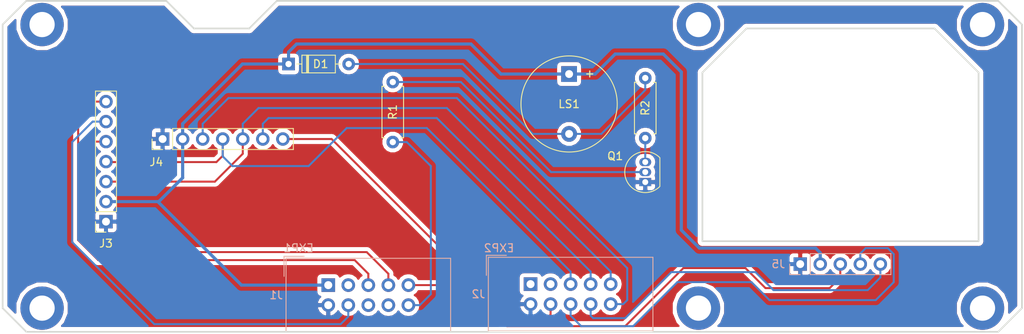
<source format=kicad_pcb>
(kicad_pcb (version 20171130) (host pcbnew 5.0.2-bee76a0~70~ubuntu18.04.1)

  (general
    (thickness 1.6)
    (drawings 50)
    (tracks 142)
    (zones 0)
    (modules 16)
    (nets 23)
  )

  (page A4)
  (layers
    (0 F.Cu signal)
    (31 B.Cu signal)
    (32 B.Adhes user)
    (33 F.Adhes user)
    (34 B.Paste user)
    (35 F.Paste user)
    (36 B.SilkS user)
    (37 F.SilkS user)
    (38 B.Mask user)
    (39 F.Mask user)
    (40 Dwgs.User user)
    (41 Cmts.User user)
    (42 Eco1.User user)
    (43 Eco2.User user)
    (44 Edge.Cuts user)
    (45 Margin user)
    (46 B.CrtYd user)
    (47 F.CrtYd user)
    (48 B.Fab user)
    (49 F.Fab user hide)
  )

  (setup
    (last_trace_width 0.25)
    (trace_clearance 0.2)
    (zone_clearance 0.508)
    (zone_45_only no)
    (trace_min 0.2)
    (segment_width 0.2)
    (edge_width 0.2)
    (via_size 0.8)
    (via_drill 0.4)
    (via_min_size 0.4)
    (via_min_drill 0.3)
    (uvia_size 0.3)
    (uvia_drill 0.1)
    (uvias_allowed no)
    (uvia_min_size 0.2)
    (uvia_min_drill 0.1)
    (pcb_text_width 0.3)
    (pcb_text_size 1.5 1.5)
    (mod_edge_width 0.15)
    (mod_text_size 1 1)
    (mod_text_width 0.15)
    (pad_size 1.7 1.7)
    (pad_drill 1)
    (pad_to_mask_clearance 0.051)
    (solder_mask_min_width 0.25)
    (aux_axis_origin 89.916 117.602)
    (visible_elements FFFFFF7F)
    (pcbplotparams
      (layerselection 0x010fc_ffffffff)
      (usegerberextensions true)
      (usegerberattributes false)
      (usegerberadvancedattributes false)
      (creategerberjobfile false)
      (excludeedgelayer true)
      (linewidth 0.100000)
      (plotframeref false)
      (viasonmask false)
      (mode 1)
      (useauxorigin true)
      (hpglpennumber 1)
      (hpglpenspeed 20)
      (hpglpendiameter 15.000000)
      (psnegative false)
      (psa4output false)
      (plotreference true)
      (plotvalue true)
      (plotinvisibletext false)
      (padsonsilk false)
      (subtractmaskfromsilk false)
      (outputformat 1)
      (mirror false)
      (drillshape 0)
      (scaleselection 1)
      (outputdirectory "fab-files/"))
  )

  (net 0 "")
  (net 1 "Net-(D1-Pad2)")
  (net 2 VCC)
  (net 3 GND)
  (net 4 /LCD_DC)
  (net 5 /LCD_CS)
  (net 6 /LCD_RES)
  (net 7 /BT_SW)
  (net 8 /BEEPER)
  (net 9 /MISO)
  (net 10 /SCK)
  (net 11 /BT_EN2)
  (net 12 /SD_SS)
  (net 13 /BT_EN1)
  (net 14 /MOSI)
  (net 15 /SD_DET)
  (net 16 "Net-(Q1-Pad3)")
  (net 17 "Net-(Q1-Pad2)")
  (net 18 "Net-(J1-Pad3)")
  (net 19 "Net-(J1-Pad6)")
  (net 20 "Net-(J1-Pad8)")
  (net 21 "Net-(J2-Pad3)")
  (net 22 "Net-(J2-Pad1)")

  (net_class Default "This is the default net class."
    (clearance 0.2)
    (trace_width 0.25)
    (via_dia 0.8)
    (via_drill 0.4)
    (uvia_dia 0.3)
    (uvia_drill 0.1)
    (add_net /BEEPER)
    (add_net /BT_EN1)
    (add_net /BT_EN2)
    (add_net /BT_SW)
    (add_net /LCD_CS)
    (add_net /LCD_DC)
    (add_net /LCD_RES)
    (add_net /MISO)
    (add_net /MOSI)
    (add_net /SCK)
    (add_net /SD_DET)
    (add_net /SD_SS)
    (add_net "Net-(D1-Pad2)")
    (add_net "Net-(J1-Pad3)")
    (add_net "Net-(J1-Pad6)")
    (add_net "Net-(J1-Pad8)")
    (add_net "Net-(J2-Pad1)")
    (add_net "Net-(J2-Pad3)")
    (add_net "Net-(Q1-Pad2)")
    (add_net "Net-(Q1-Pad3)")
  )

  (net_class Power ""
    (clearance 0.2)
    (trace_width 0.4)
    (via_dia 0.8)
    (via_drill 0.4)
    (uvia_dia 0.3)
    (uvia_drill 0.1)
    (add_net GND)
    (add_net VCC)
  )

  (module Mounting_Holes:MountingHole_3.2mm_M3_ISO14580_Pad locked (layer F.Cu) (tedit 5C3D1425) (tstamp 5C3D15F7)
    (at 214.45 114.3)
    (descr "Mounting Hole 3.2mm, M3, ISO14580")
    (tags "mounting hole 3.2mm m3 iso14580")
    (attr virtual)
    (fp_text reference REF** (at 0 -3.75) (layer F.SilkS) hide
      (effects (font (size 1 1) (thickness 0.15)))
    )
    (fp_text value MountingHole_3.2mm_M3_ISO14580_Pad (at 0 3.75) (layer F.Fab) hide
      (effects (font (size 1 1) (thickness 0.15)))
    )
    (fp_circle (center 0 0) (end 3 0) (layer F.CrtYd) (width 0.05))
    (fp_circle (center 0 0) (end 2.75 0) (layer Cmts.User) (width 0.15))
    (fp_text user %R (at 0.3 0) (layer F.Fab)
      (effects (font (size 1 1) (thickness 0.15)))
    )
    (pad 1 thru_hole circle (at 0 0) (size 5.5 5.5) (drill 3.2) (layers *.Cu *.Mask))
  )

  (module Mounting_Holes:MountingHole_3.2mm_M3_ISO14580_Pad locked (layer F.Cu) (tedit 5C3D1425) (tstamp 5C3D15E7)
    (at 214.45 78.3)
    (descr "Mounting Hole 3.2mm, M3, ISO14580")
    (tags "mounting hole 3.2mm m3 iso14580")
    (attr virtual)
    (fp_text reference REF** (at 0 -3.75) (layer F.SilkS) hide
      (effects (font (size 1 1) (thickness 0.15)))
    )
    (fp_text value MountingHole_3.2mm_M3_ISO14580_Pad (at 0 3.75) (layer F.Fab) hide
      (effects (font (size 1 1) (thickness 0.15)))
    )
    (fp_text user %R (at 0.3 0) (layer F.Fab)
      (effects (font (size 1 1) (thickness 0.15)))
    )
    (fp_circle (center 0 0) (end 2.75 0) (layer Cmts.User) (width 0.15))
    (fp_circle (center 0 0) (end 3 0) (layer F.CrtYd) (width 0.05))
    (pad 1 thru_hole circle (at 0 0) (size 5.5 5.5) (drill 3.2) (layers *.Cu *.Mask))
  )

  (module Mounting_Holes:MountingHole_3.2mm_M3_ISO14580_Pad locked (layer F.Cu) (tedit 5C3D1425) (tstamp 5C3D155F)
    (at 178.45 78.3)
    (descr "Mounting Hole 3.2mm, M3, ISO14580")
    (tags "mounting hole 3.2mm m3 iso14580")
    (attr virtual)
    (fp_text reference REF** (at 0 -3.75) (layer F.SilkS) hide
      (effects (font (size 1 1) (thickness 0.15)))
    )
    (fp_text value MountingHole_3.2mm_M3_ISO14580_Pad (at 0 3.75) (layer F.Fab) hide
      (effects (font (size 1 1) (thickness 0.15)))
    )
    (fp_circle (center 0 0) (end 3 0) (layer F.CrtYd) (width 0.05))
    (fp_circle (center 0 0) (end 2.75 0) (layer Cmts.User) (width 0.15))
    (fp_text user %R (at 0.3 0) (layer F.Fab)
      (effects (font (size 1 1) (thickness 0.15)))
    )
    (pad 1 thru_hole circle (at 0 0) (size 5.5 5.5) (drill 3.2) (layers *.Cu *.Mask))
  )

  (module Mounting_Holes:MountingHole_3.2mm_M3_ISO14580_Pad locked (layer F.Cu) (tedit 5C3D1425) (tstamp 5C3D1551)
    (at 178.45 114.3)
    (descr "Mounting Hole 3.2mm, M3, ISO14580")
    (tags "mounting hole 3.2mm m3 iso14580")
    (attr virtual)
    (fp_text reference REF** (at 0 -3.75) (layer F.SilkS) hide
      (effects (font (size 1 1) (thickness 0.15)))
    )
    (fp_text value MountingHole_3.2mm_M3_ISO14580_Pad (at 0 3.75) (layer F.Fab) hide
      (effects (font (size 1 1) (thickness 0.15)))
    )
    (fp_text user %R (at 0.3 0) (layer F.Fab)
      (effects (font (size 1 1) (thickness 0.15)))
    )
    (fp_circle (center 0 0) (end 2.75 0) (layer Cmts.User) (width 0.15))
    (fp_circle (center 0 0) (end 3 0) (layer F.CrtYd) (width 0.05))
    (pad 1 thru_hole circle (at 0 0) (size 5.5 5.5) (drill 3.2) (layers *.Cu *.Mask))
  )

  (module Mounting_Holes:MountingHole_3.2mm_M3_ISO14580_Pad locked (layer F.Cu) (tedit 5C3D1425) (tstamp 5C3D1540)
    (at 95.25 114.3)
    (descr "Mounting Hole 3.2mm, M3, ISO14580")
    (tags "mounting hole 3.2mm m3 iso14580")
    (attr virtual)
    (fp_text reference REF** (at 0 -3.75) (layer F.SilkS) hide
      (effects (font (size 1 1) (thickness 0.15)))
    )
    (fp_text value MountingHole_3.2mm_M3_ISO14580_Pad (at 0 3.75) (layer F.Fab) hide
      (effects (font (size 1 1) (thickness 0.15)))
    )
    (fp_circle (center 0 0) (end 3 0) (layer F.CrtYd) (width 0.05))
    (fp_circle (center 0 0) (end 2.75 0) (layer Cmts.User) (width 0.15))
    (fp_text user %R (at 0.3 0) (layer F.Fab)
      (effects (font (size 1 1) (thickness 0.15)))
    )
    (pad 1 thru_hole circle (at 0 0) (size 5.5 5.5) (drill 3.2) (layers *.Cu *.Mask))
  )

  (module Mounting_Holes:MountingHole_3.2mm_M3_ISO14580_Pad locked (layer F.Cu) (tedit 5C3D1425) (tstamp 5C3D141B)
    (at 95.25 78.3)
    (descr "Mounting Hole 3.2mm, M3, ISO14580")
    (tags "mounting hole 3.2mm m3 iso14580")
    (attr virtual)
    (fp_text reference REF** (at 0 -3.75) (layer F.SilkS) hide
      (effects (font (size 1 1) (thickness 0.15)))
    )
    (fp_text value MountingHole_3.2mm_M3_ISO14580_Pad (at 0 3.75) (layer F.Fab) hide
      (effects (font (size 1 1) (thickness 0.15)))
    )
    (fp_text user %R (at 0.3 0) (layer F.Fab)
      (effects (font (size 1 1) (thickness 0.15)))
    )
    (fp_circle (center 0 0) (end 2.75 0) (layer Cmts.User) (width 0.15))
    (fp_circle (center 0 0) (end 3 0) (layer F.CrtYd) (width 0.05))
    (pad 1 thru_hole circle (at 0 0) (size 5.5 5.5) (drill 3.2) (layers *.Cu *.Mask))
  )

  (module Connector_IDC:IDC-Header_2x05_P2.54mm_Vertical (layer B.Cu) (tedit 5C3E73C5) (tstamp 5C3D5334)
    (at 131.523 111.379 270)
    (descr "Through hole straight IDC box header, 2x05, 2.54mm pitch, double rows")
    (tags "Through hole IDC box header THT 2x05 2.54mm double row")
    (path /5C1DB381)
    (fp_text reference J1 (at 1.27 6.604) (layer B.SilkS)
      (effects (font (size 1 1) (thickness 0.15)) (justify mirror))
    )
    (fp_text value EXP1 (at -4.699 3.761) (layer B.SilkS)
      (effects (font (size 1 1) (thickness 0.15)) (justify mirror))
    )
    (fp_text user %R (at 1.27 -5.08 270) (layer B.Fab)
      (effects (font (size 1 1) (thickness 0.15)) (justify mirror))
    )
    (fp_line (start 5.695 5.1) (end 5.695 -15.26) (layer B.Fab) (width 0.1))
    (fp_line (start 5.145 4.56) (end 5.145 -14.7) (layer B.Fab) (width 0.1))
    (fp_line (start -3.155 5.1) (end -3.155 -15.26) (layer B.Fab) (width 0.1))
    (fp_line (start -2.605 4.56) (end -2.605 -2.83) (layer B.Fab) (width 0.1))
    (fp_line (start -2.605 -7.33) (end -2.605 -14.7) (layer B.Fab) (width 0.1))
    (fp_line (start -2.605 -2.83) (end -3.155 -2.83) (layer B.Fab) (width 0.1))
    (fp_line (start -2.605 -7.33) (end -3.155 -7.33) (layer B.Fab) (width 0.1))
    (fp_line (start 5.695 5.1) (end -3.155 5.1) (layer B.Fab) (width 0.1))
    (fp_line (start 5.145 4.56) (end -2.605 4.56) (layer B.Fab) (width 0.1))
    (fp_line (start 5.695 -15.26) (end -3.155 -15.26) (layer B.Fab) (width 0.1))
    (fp_line (start 5.145 -14.7) (end -2.605 -14.7) (layer B.Fab) (width 0.1))
    (fp_line (start 5.695 5.1) (end 5.145 4.56) (layer B.Fab) (width 0.1))
    (fp_line (start 5.695 -15.26) (end 5.145 -14.7) (layer B.Fab) (width 0.1))
    (fp_line (start -3.155 5.1) (end -2.605 4.56) (layer B.Fab) (width 0.1))
    (fp_line (start -3.155 -15.26) (end -2.605 -14.7) (layer B.Fab) (width 0.1))
    (fp_line (start 5.95 5.35) (end 5.95 -15.51) (layer B.CrtYd) (width 0.05))
    (fp_line (start 5.95 -15.51) (end -3.41 -15.51) (layer B.CrtYd) (width 0.05))
    (fp_line (start -3.41 -15.51) (end -3.41 5.35) (layer B.CrtYd) (width 0.05))
    (fp_line (start -3.41 5.35) (end 5.95 5.35) (layer B.CrtYd) (width 0.05))
    (fp_line (start 5.945 5.35) (end 5.945 -15.51) (layer B.SilkS) (width 0.12))
    (fp_line (start 5.945 -15.51) (end -3.405 -15.51) (layer B.SilkS) (width 0.12))
    (fp_line (start -3.405 -15.51) (end -3.405 5.35) (layer B.SilkS) (width 0.12))
    (fp_line (start -3.405 5.35) (end 5.945 5.35) (layer B.SilkS) (width 0.12))
    (fp_line (start -3.655 5.6) (end -3.655 3.06) (layer B.SilkS) (width 0.12))
    (fp_line (start -3.655 5.6) (end -1.115 5.6) (layer B.SilkS) (width 0.12))
    (pad 1 thru_hole rect (at 0 0 270) (size 1.7272 1.7272) (drill 1.016) (layers *.Cu *.Mask)
      (net 2 VCC))
    (pad 2 thru_hole oval (at 2.54 0 270) (size 1.7272 1.7272) (drill 1.016) (layers *.Cu *.Mask)
      (net 3 GND))
    (pad 3 thru_hole oval (at 0 -2.54 270) (size 1.7272 1.7272) (drill 1.016) (layers *.Cu *.Mask)
      (net 18 "Net-(J1-Pad3)"))
    (pad 4 thru_hole oval (at 2.54 -2.54 270) (size 1.7272 1.7272) (drill 1.016) (layers *.Cu *.Mask)
      (net 4 /LCD_DC))
    (pad 5 thru_hole oval (at 0 -5.08 270) (size 1.7272 1.7272) (drill 1.016) (layers *.Cu *.Mask)
      (net 5 /LCD_CS))
    (pad 6 thru_hole oval (at 2.54 -5.08 270) (size 1.7272 1.7272) (drill 1.016) (layers *.Cu *.Mask)
      (net 19 "Net-(J1-Pad6)"))
    (pad 7 thru_hole oval (at 0 -7.62 270) (size 1.7272 1.7272) (drill 1.016) (layers *.Cu *.Mask)
      (net 6 /LCD_RES))
    (pad 8 thru_hole oval (at 2.54 -7.62 270) (size 1.7272 1.7272) (drill 1.016) (layers *.Cu *.Mask)
      (net 20 "Net-(J1-Pad8)"))
    (pad 9 thru_hole oval (at 0 -10.16 270) (size 1.7272 1.7272) (drill 1.016) (layers *.Cu *.Mask)
      (net 7 /BT_SW))
    (pad 10 thru_hole oval (at 2.54 -10.16 270) (size 1.7272 1.7272) (drill 1.016) (layers *.Cu *.Mask)
      (net 8 /BEEPER))
    (model ${KISYS3DMOD}/Connector_IDC.3dshapes/IDC-Header_2x05_P2.54mm_Vertical.wrl
      (at (xyz 0 0 0))
      (scale (xyz 1 1 1))
      (rotate (xyz 0 0 0))
    )
  )

  (module Connector_IDC:IDC-Header_2x05_P2.54mm_Vertical (layer B.Cu) (tedit 5C3E7403) (tstamp 5C3D535C)
    (at 157.163 111.252 270)
    (descr "Through hole straight IDC box header, 2x05, 2.54mm pitch, double rows")
    (tags "Through hole IDC box header THT 2x05 2.54mm double row")
    (path /5C1DB438)
    (fp_text reference J2 (at 1.27 6.604) (layer B.SilkS)
      (effects (font (size 1 1) (thickness 0.15)) (justify mirror))
    )
    (fp_text value EXP2 (at -4.572 4.001) (layer B.SilkS)
      (effects (font (size 1 1) (thickness 0.15)) (justify mirror))
    )
    (fp_line (start -3.655 5.6) (end -1.115 5.6) (layer B.SilkS) (width 0.12))
    (fp_line (start -3.655 5.6) (end -3.655 3.06) (layer B.SilkS) (width 0.12))
    (fp_line (start -3.405 5.35) (end 5.945 5.35) (layer B.SilkS) (width 0.12))
    (fp_line (start -3.405 -15.51) (end -3.405 5.35) (layer B.SilkS) (width 0.12))
    (fp_line (start 5.945 -15.51) (end -3.405 -15.51) (layer B.SilkS) (width 0.12))
    (fp_line (start 5.945 5.35) (end 5.945 -15.51) (layer B.SilkS) (width 0.12))
    (fp_line (start -3.41 5.35) (end 5.95 5.35) (layer B.CrtYd) (width 0.05))
    (fp_line (start -3.41 -15.51) (end -3.41 5.35) (layer B.CrtYd) (width 0.05))
    (fp_line (start 5.95 -15.51) (end -3.41 -15.51) (layer B.CrtYd) (width 0.05))
    (fp_line (start 5.95 5.35) (end 5.95 -15.51) (layer B.CrtYd) (width 0.05))
    (fp_line (start -3.155 -15.26) (end -2.605 -14.7) (layer B.Fab) (width 0.1))
    (fp_line (start -3.155 5.1) (end -2.605 4.56) (layer B.Fab) (width 0.1))
    (fp_line (start 5.695 -15.26) (end 5.145 -14.7) (layer B.Fab) (width 0.1))
    (fp_line (start 5.695 5.1) (end 5.145 4.56) (layer B.Fab) (width 0.1))
    (fp_line (start 5.145 -14.7) (end -2.605 -14.7) (layer B.Fab) (width 0.1))
    (fp_line (start 5.695 -15.26) (end -3.155 -15.26) (layer B.Fab) (width 0.1))
    (fp_line (start 5.145 4.56) (end -2.605 4.56) (layer B.Fab) (width 0.1))
    (fp_line (start 5.695 5.1) (end -3.155 5.1) (layer B.Fab) (width 0.1))
    (fp_line (start -2.605 -7.33) (end -3.155 -7.33) (layer B.Fab) (width 0.1))
    (fp_line (start -2.605 -2.83) (end -3.155 -2.83) (layer B.Fab) (width 0.1))
    (fp_line (start -2.605 -7.33) (end -2.605 -14.7) (layer B.Fab) (width 0.1))
    (fp_line (start -2.605 4.56) (end -2.605 -2.83) (layer B.Fab) (width 0.1))
    (fp_line (start -3.155 5.1) (end -3.155 -15.26) (layer B.Fab) (width 0.1))
    (fp_line (start 5.145 4.56) (end 5.145 -14.7) (layer B.Fab) (width 0.1))
    (fp_line (start 5.695 5.1) (end 5.695 -15.26) (layer B.Fab) (width 0.1))
    (fp_text user %R (at 1.27 -5.08 270) (layer B.Fab)
      (effects (font (size 1 1) (thickness 0.15)) (justify mirror))
    )
    (pad 10 thru_hole oval (at 2.54 -10.16 270) (size 1.7272 1.7272) (drill 1.016) (layers *.Cu *.Mask)
      (net 9 /MISO))
    (pad 9 thru_hole oval (at 0 -10.16 270) (size 1.7272 1.7272) (drill 1.016) (layers *.Cu *.Mask)
      (net 10 /SCK))
    (pad 8 thru_hole oval (at 2.54 -7.62 270) (size 1.7272 1.7272) (drill 1.016) (layers *.Cu *.Mask)
      (net 11 /BT_EN2))
    (pad 7 thru_hole oval (at 0 -7.62 270) (size 1.7272 1.7272) (drill 1.016) (layers *.Cu *.Mask)
      (net 12 /SD_SS))
    (pad 6 thru_hole oval (at 2.54 -5.08 270) (size 1.7272 1.7272) (drill 1.016) (layers *.Cu *.Mask)
      (net 13 /BT_EN1))
    (pad 5 thru_hole oval (at 0 -5.08 270) (size 1.7272 1.7272) (drill 1.016) (layers *.Cu *.Mask)
      (net 14 /MOSI))
    (pad 4 thru_hole oval (at 2.54 -2.54 270) (size 1.7272 1.7272) (drill 1.016) (layers *.Cu *.Mask)
      (net 15 /SD_DET))
    (pad 3 thru_hole oval (at 0 -2.54 270) (size 1.7272 1.7272) (drill 1.016) (layers *.Cu *.Mask)
      (net 21 "Net-(J2-Pad3)"))
    (pad 2 thru_hole oval (at 2.54 0 270) (size 1.7272 1.7272) (drill 1.016) (layers *.Cu *.Mask)
      (net 3 GND))
    (pad 1 thru_hole rect (at 0 0 270) (size 1.7272 1.7272) (drill 1.016) (layers *.Cu *.Mask)
      (net 22 "Net-(J2-Pad1)"))
    (model ${KISYS3DMOD}/Connector_IDC.3dshapes/IDC-Header_2x05_P2.54mm_Vertical.wrl
      (at (xyz 0 0 0))
      (scale (xyz 1 1 1))
      (rotate (xyz 0 0 0))
    )
  )

  (module Pin_Headers:Pin_Header_Straight_1x07_Pitch2.54mm locked (layer F.Cu) (tedit 59650532) (tstamp 5C3D5392)
    (at 110.527 92.832 90)
    (descr "Through hole straight pin header, 1x07, 2.54mm pitch, single row")
    (tags "Through hole pin header THT 1x07 2.54mm single row")
    (path /5C1DB23E)
    (fp_text reference J4 (at -2.926 -0.799 180) (layer F.SilkS)
      (effects (font (size 1 1) (thickness 0.15)))
    )
    (fp_text value SD_CARD (at 0 17.57 90) (layer F.Fab)
      (effects (font (size 1 1) (thickness 0.15)))
    )
    (fp_line (start -0.635 -1.27) (end 1.27 -1.27) (layer F.Fab) (width 0.1))
    (fp_line (start 1.27 -1.27) (end 1.27 16.51) (layer F.Fab) (width 0.1))
    (fp_line (start 1.27 16.51) (end -1.27 16.51) (layer F.Fab) (width 0.1))
    (fp_line (start -1.27 16.51) (end -1.27 -0.635) (layer F.Fab) (width 0.1))
    (fp_line (start -1.27 -0.635) (end -0.635 -1.27) (layer F.Fab) (width 0.1))
    (fp_line (start -1.33 16.57) (end 1.33 16.57) (layer F.SilkS) (width 0.12))
    (fp_line (start -1.33 1.27) (end -1.33 16.57) (layer F.SilkS) (width 0.12))
    (fp_line (start 1.33 1.27) (end 1.33 16.57) (layer F.SilkS) (width 0.12))
    (fp_line (start -1.33 1.27) (end 1.33 1.27) (layer F.SilkS) (width 0.12))
    (fp_line (start -1.33 0) (end -1.33 -1.33) (layer F.SilkS) (width 0.12))
    (fp_line (start -1.33 -1.33) (end 0 -1.33) (layer F.SilkS) (width 0.12))
    (fp_line (start -1.8 -1.8) (end -1.8 17.05) (layer F.CrtYd) (width 0.05))
    (fp_line (start -1.8 17.05) (end 1.8 17.05) (layer F.CrtYd) (width 0.05))
    (fp_line (start 1.8 17.05) (end 1.8 -1.8) (layer F.CrtYd) (width 0.05))
    (fp_line (start 1.8 -1.8) (end -1.8 -1.8) (layer F.CrtYd) (width 0.05))
    (fp_text user %R (at 0 7.62 180) (layer F.Fab)
      (effects (font (size 1 1) (thickness 0.15)))
    )
    (pad 1 thru_hole rect (at 0 0 90) (size 1.7 1.7) (drill 1) (layers *.Cu *.Mask)
      (net 3 GND))
    (pad 2 thru_hole oval (at 0 2.54 90) (size 1.7 1.7) (drill 1) (layers *.Cu *.Mask)
      (net 2 VCC))
    (pad 3 thru_hole oval (at 0 5.08 90) (size 1.7 1.7) (drill 1) (layers *.Cu *.Mask)
      (net 9 /MISO))
    (pad 4 thru_hole oval (at 0 7.62 90) (size 1.7 1.7) (drill 1) (layers *.Cu *.Mask)
      (net 14 /MOSI))
    (pad 5 thru_hole oval (at 0 10.16 90) (size 1.7 1.7) (drill 1) (layers *.Cu *.Mask)
      (net 10 /SCK))
    (pad 6 thru_hole oval (at 0 12.7 90) (size 1.7 1.7) (drill 1) (layers *.Cu *.Mask)
      (net 12 /SD_SS))
    (pad 7 thru_hole oval (at 0 15.24 90) (size 1.7 1.7) (drill 1) (layers *.Cu *.Mask)
      (net 15 /SD_DET))
    (model ${KISYS3DMOD}/Pin_Headers.3dshapes/Pin_Header_Straight_1x07_Pitch2.54mm.wrl-no
      (at (xyz 0 0 0))
      (scale (xyz 1 1 1))
      (rotate (xyz 0 0 0))
    )
  )

  (module Diode_THT:D_DO-35_SOD27_P7.62mm_Horizontal (layer F.Cu) (tedit 5C3E7428) (tstamp 5C3E8975)
    (at 126.492 83.312)
    (descr "Diode, DO-35_SOD27 series, Axial, Horizontal, pin pitch=7.62mm, , length*diameter=4*2mm^2, , http://www.diodes.com/_files/packages/DO-35.pdf")
    (tags "Diode DO-35_SOD27 series Axial Horizontal pin pitch 7.62mm  length 4mm diameter 2mm")
    (path /5C30C238)
    (fp_text reference D1 (at 4.064 0) (layer F.SilkS)
      (effects (font (size 1 1) (thickness 0.15)))
    )
    (fp_text value D (at 3.81 2.06) (layer F.Fab)
      (effects (font (size 1 1) (thickness 0.15)))
    )
    (fp_line (start 1.81 -1) (end 1.81 1) (layer F.Fab) (width 0.1))
    (fp_line (start 1.81 1) (end 5.81 1) (layer F.Fab) (width 0.1))
    (fp_line (start 5.81 1) (end 5.81 -1) (layer F.Fab) (width 0.1))
    (fp_line (start 5.81 -1) (end 1.81 -1) (layer F.Fab) (width 0.1))
    (fp_line (start 0 0) (end 1.81 0) (layer F.Fab) (width 0.1))
    (fp_line (start 7.62 0) (end 5.81 0) (layer F.Fab) (width 0.1))
    (fp_line (start 2.41 -1) (end 2.41 1) (layer F.Fab) (width 0.1))
    (fp_line (start 2.51 -1) (end 2.51 1) (layer F.Fab) (width 0.1))
    (fp_line (start 2.31 -1) (end 2.31 1) (layer F.Fab) (width 0.1))
    (fp_line (start 1.69 -1.12) (end 1.69 1.12) (layer F.SilkS) (width 0.12))
    (fp_line (start 1.69 1.12) (end 5.93 1.12) (layer F.SilkS) (width 0.12))
    (fp_line (start 5.93 1.12) (end 5.93 -1.12) (layer F.SilkS) (width 0.12))
    (fp_line (start 5.93 -1.12) (end 1.69 -1.12) (layer F.SilkS) (width 0.12))
    (fp_line (start 1.04 0) (end 1.69 0) (layer F.SilkS) (width 0.12))
    (fp_line (start 6.58 0) (end 5.93 0) (layer F.SilkS) (width 0.12))
    (fp_line (start 2.41 -1.12) (end 2.41 1.12) (layer F.SilkS) (width 0.12))
    (fp_line (start 2.53 -1.12) (end 2.53 1.12) (layer F.SilkS) (width 0.12))
    (fp_line (start 2.29 -1.12) (end 2.29 1.12) (layer F.SilkS) (width 0.12))
    (fp_line (start -1.05 -1.25) (end -1.05 1.25) (layer F.CrtYd) (width 0.05))
    (fp_line (start -1.05 1.25) (end 8.67 1.25) (layer F.CrtYd) (width 0.05))
    (fp_line (start 8.67 1.25) (end 8.67 -1.25) (layer F.CrtYd) (width 0.05))
    (fp_line (start 8.67 -1.25) (end -1.05 -1.25) (layer F.CrtYd) (width 0.05))
    (fp_text user %R (at 4.11 0) (layer F.Fab)
      (effects (font (size 0.8 0.8) (thickness 0.12)))
    )
    (fp_text user K (at 0 -1.8) (layer F.Fab)
      (effects (font (size 1 1) (thickness 0.15)))
    )
    (fp_text user K (at 0 -1.8) (layer Cmts.User)
      (effects (font (size 1 1) (thickness 0.15)))
    )
    (pad 1 thru_hole rect (at 0 0) (size 1.6 1.6) (drill 0.8) (layers *.Cu *.Mask)
      (net 2 VCC))
    (pad 2 thru_hole oval (at 7.62 0) (size 1.6 1.6) (drill 0.8) (layers *.Cu *.Mask)
      (net 1 "Net-(D1-Pad2)"))
    (model ${KISYS3DMOD}/Diode_THT.3dshapes/D_DO-35_SOD27_P7.62mm_Horizontal.wrl
      (at (xyz 0 0 0))
      (scale (xyz 1 1 1))
      (rotate (xyz 0 0 0))
    )
  )

  (module Connector_PinSocket_2.54mm:PinSocket_1x07_P2.54mm_Vertical locked (layer F.Cu) (tedit 5A19A433) (tstamp 5C4B1CFC)
    (at 103.35 103.32 180)
    (descr "Through hole straight socket strip, 1x07, 2.54mm pitch, single row (from Kicad 4.0.7), script generated")
    (tags "Through hole socket strip THT 1x07 2.54mm single row")
    (path /5C1DB0B1)
    (fp_text reference J3 (at 0 -2.77 180) (layer F.SilkS)
      (effects (font (size 1 1) (thickness 0.15)))
    )
    (fp_text value 12864OLED_SPI (at 0 18.01 180) (layer F.Fab)
      (effects (font (size 1 1) (thickness 0.15)))
    )
    (fp_line (start -1.27 -1.27) (end 0.635 -1.27) (layer F.Fab) (width 0.1))
    (fp_line (start 0.635 -1.27) (end 1.27 -0.635) (layer F.Fab) (width 0.1))
    (fp_line (start 1.27 -0.635) (end 1.27 16.51) (layer F.Fab) (width 0.1))
    (fp_line (start 1.27 16.51) (end -1.27 16.51) (layer F.Fab) (width 0.1))
    (fp_line (start -1.27 16.51) (end -1.27 -1.27) (layer F.Fab) (width 0.1))
    (fp_line (start -1.33 1.27) (end 1.33 1.27) (layer F.SilkS) (width 0.12))
    (fp_line (start -1.33 1.27) (end -1.33 16.57) (layer F.SilkS) (width 0.12))
    (fp_line (start -1.33 16.57) (end 1.33 16.57) (layer F.SilkS) (width 0.12))
    (fp_line (start 1.33 1.27) (end 1.33 16.57) (layer F.SilkS) (width 0.12))
    (fp_line (start 1.33 -1.33) (end 1.33 0) (layer F.SilkS) (width 0.12))
    (fp_line (start 0 -1.33) (end 1.33 -1.33) (layer F.SilkS) (width 0.12))
    (fp_line (start -1.8 -1.8) (end 1.75 -1.8) (layer F.CrtYd) (width 0.05))
    (fp_line (start 1.75 -1.8) (end 1.75 17) (layer F.CrtYd) (width 0.05))
    (fp_line (start 1.75 17) (end -1.8 17) (layer F.CrtYd) (width 0.05))
    (fp_line (start -1.8 17) (end -1.8 -1.8) (layer F.CrtYd) (width 0.05))
    (fp_text user %R (at 0 7.62 270) (layer F.Fab)
      (effects (font (size 1 1) (thickness 0.15)))
    )
    (pad 1 thru_hole rect (at 0 0 180) (size 1.7 1.7) (drill 1) (layers *.Cu *.Mask)
      (net 3 GND))
    (pad 2 thru_hole oval (at 0 2.54 180) (size 1.7 1.7) (drill 1) (layers *.Cu *.Mask)
      (net 2 VCC))
    (pad 3 thru_hole oval (at 0 5.08 180) (size 1.7 1.7) (drill 1) (layers *.Cu *.Mask)
      (net 10 /SCK))
    (pad 4 thru_hole oval (at 0 7.62 180) (size 1.7 1.7) (drill 1) (layers *.Cu *.Mask)
      (net 14 /MOSI))
    (pad 5 thru_hole oval (at 0 10.16 180) (size 1.7 1.7) (drill 1) (layers *.Cu *.Mask)
      (net 6 /LCD_RES))
    (pad 6 thru_hole oval (at 0 12.7 180) (size 1.7 1.7) (drill 1) (layers *.Cu *.Mask)
      (net 4 /LCD_DC))
    (pad 7 thru_hole oval (at 0 15.24 180) (size 1.7 1.7) (drill 1) (layers *.Cu *.Mask)
      (net 5 /LCD_CS))
    (model ${KISYS3DMOD}/Connector_PinSocket_2.54mm.3dshapes/PinSocket_1x07_P2.54mm_Vertical.wrl
      (at (xyz 0 0 0))
      (scale (xyz 1 1 1))
      (rotate (xyz 0 0 0))
    )
  )

  (module Connector_PinSocket_2.54mm:PinSocket_1x05_P2.54mm_Vertical locked (layer B.Cu) (tedit 5C3E64AB) (tstamp 5C4B1D16)
    (at 191.345 108.709 270)
    (descr "Through hole straight socket strip, 1x05, 2.54mm pitch, single row (from Kicad 4.0.7), script generated")
    (tags "Through hole socket strip THT 1x05 2.54mm single row")
    (path /5C1DB5C8)
    (fp_text reference J5 (at 0 2.77) (layer B.SilkS)
      (effects (font (size 1 1) (thickness 0.15)) (justify mirror))
    )
    (fp_text value ROT_ENCODER (at 0 -12.93 270) (layer B.Fab) hide
      (effects (font (size 1 1) (thickness 0.15)) (justify mirror))
    )
    (fp_line (start -1.27 1.27) (end 0.635 1.27) (layer B.Fab) (width 0.1))
    (fp_line (start 0.635 1.27) (end 1.27 0.635) (layer B.Fab) (width 0.1))
    (fp_line (start 1.27 0.635) (end 1.27 -11.43) (layer B.Fab) (width 0.1))
    (fp_line (start 1.27 -11.43) (end -1.27 -11.43) (layer B.Fab) (width 0.1))
    (fp_line (start -1.27 -11.43) (end -1.27 1.27) (layer B.Fab) (width 0.1))
    (fp_line (start -1.33 -1.27) (end 1.33 -1.27) (layer B.SilkS) (width 0.12))
    (fp_line (start -1.33 -1.27) (end -1.33 -11.49) (layer B.SilkS) (width 0.12))
    (fp_line (start -1.33 -11.49) (end 1.33 -11.49) (layer B.SilkS) (width 0.12))
    (fp_line (start 1.33 -1.27) (end 1.33 -11.49) (layer B.SilkS) (width 0.12))
    (fp_line (start 1.33 1.33) (end 1.33 0) (layer B.SilkS) (width 0.12))
    (fp_line (start 0 1.33) (end 1.33 1.33) (layer B.SilkS) (width 0.12))
    (fp_line (start -1.8 1.8) (end 1.75 1.8) (layer B.CrtYd) (width 0.05))
    (fp_line (start 1.75 1.8) (end 1.75 -11.9) (layer B.CrtYd) (width 0.05))
    (fp_line (start 1.75 -11.9) (end -1.8 -11.9) (layer B.CrtYd) (width 0.05))
    (fp_line (start -1.8 -11.9) (end -1.8 1.8) (layer B.CrtYd) (width 0.05))
    (fp_text user %R (at 0 -5.08 180) (layer B.Fab)
      (effects (font (size 1 1) (thickness 0.15)) (justify mirror))
    )
    (pad 1 thru_hole rect (at 0 0 270) (size 1.7 1.7) (drill 1) (layers *.Cu *.Mask)
      (net 3 GND))
    (pad 2 thru_hole oval (at 0 -2.54 270) (size 1.7 1.7) (drill 1) (layers *.Cu *.Mask)
      (net 2 VCC))
    (pad 3 thru_hole oval (at 0 -5.08 270) (size 1.7 1.7) (drill 1) (layers *.Cu *.Mask)
      (net 7 /BT_SW))
    (pad 4 thru_hole oval (at 0 -7.62 270) (size 1.7 1.7) (drill 1) (layers *.Cu *.Mask)
      (net 13 /BT_EN1))
    (pad 5 thru_hole oval (at 0 -10.16 270) (size 1.7 1.7) (drill 1) (layers *.Cu *.Mask)
      (net 11 /BT_EN2))
    (model ${KISYS3DMOD}/Connector_PinSocket_2.54mm.3dshapes/PinSocket_1x05_P2.54mm_Vertical.wrl
      (at (xyz 0 0 0))
      (scale (xyz 1 1 1))
      (rotate (xyz 0 0 0))
    )
  )

  (module Buzzer_Beeper:Buzzer_12x9.5RM7.6 (layer F.Cu) (tedit 5A030281) (tstamp 5C3E8A50)
    (at 162.052 84.582 270)
    (descr "Generic Buzzer, D12mm height 9.5mm with RM7.6mm")
    (tags buzzer)
    (path /5C1DB791)
    (fp_text reference LS1 (at 3.81 0) (layer F.SilkS)
      (effects (font (size 1 1) (thickness 0.15)))
    )
    (fp_text value Speaker (at 3.8 7.4 270) (layer F.Fab)
      (effects (font (size 1 1) (thickness 0.15)))
    )
    (fp_text user + (at -0.01 -2.54 270) (layer F.Fab)
      (effects (font (size 1 1) (thickness 0.15)))
    )
    (fp_text user + (at -0.01 -2.54 270) (layer F.SilkS)
      (effects (font (size 1 1) (thickness 0.15)))
    )
    (fp_text user %R (at 3.8 -4 270) (layer F.Fab)
      (effects (font (size 1 1) (thickness 0.15)))
    )
    (fp_circle (center 3.8 0) (end 10.05 0) (layer F.CrtYd) (width 0.05))
    (fp_circle (center 3.8 0) (end 9.8 0) (layer F.Fab) (width 0.1))
    (fp_circle (center 3.8 0) (end 4.8 0) (layer F.Fab) (width 0.1))
    (fp_circle (center 3.8 0) (end 9.9 0) (layer F.SilkS) (width 0.12))
    (pad 1 thru_hole rect (at 0 0 270) (size 2 2) (drill 1) (layers *.Cu *.Mask)
      (net 2 VCC))
    (pad 2 thru_hole circle (at 7.6 0 270) (size 2 2) (drill 1) (layers *.Cu *.Mask)
      (net 1 "Net-(D1-Pad2)"))
    (model ${KISYS3DMOD}/Buzzer_Beeper.3dshapes/Buzzer_12x9.5RM7.6.wrl
      (at (xyz 0 0 0))
      (scale (xyz 1 1 1))
      (rotate (xyz 0 0 0))
    )
  )

  (module Package_TO_SOT_THT:TO-92_Inline (layer F.Cu) (tedit 5A1DD157) (tstamp 5C4B1D3A)
    (at 171.704 98.298 90)
    (descr "TO-92 leads in-line, narrow, oval pads, drill 0.75mm (see NXP sot054_po.pdf)")
    (tags "to-92 sc-43 sc-43a sot54 PA33 transistor")
    (path /5C1DBA27)
    (fp_text reference Q1 (at 3.302 -3.81 180) (layer F.SilkS)
      (effects (font (size 1 1) (thickness 0.15)))
    )
    (fp_text value 2N3904 (at 1.27 2.79 90) (layer F.Fab)
      (effects (font (size 1 1) (thickness 0.15)))
    )
    (fp_text user %R (at 1.27 -3.56 90) (layer F.Fab)
      (effects (font (size 1 1) (thickness 0.15)))
    )
    (fp_line (start -0.53 1.85) (end 3.07 1.85) (layer F.SilkS) (width 0.12))
    (fp_line (start -0.5 1.75) (end 3 1.75) (layer F.Fab) (width 0.1))
    (fp_line (start -1.46 -2.73) (end 4 -2.73) (layer F.CrtYd) (width 0.05))
    (fp_line (start -1.46 -2.73) (end -1.46 2.01) (layer F.CrtYd) (width 0.05))
    (fp_line (start 4 2.01) (end 4 -2.73) (layer F.CrtYd) (width 0.05))
    (fp_line (start 4 2.01) (end -1.46 2.01) (layer F.CrtYd) (width 0.05))
    (fp_arc (start 1.27 0) (end 1.27 -2.48) (angle 135) (layer F.Fab) (width 0.1))
    (fp_arc (start 1.27 0) (end 1.27 -2.6) (angle -135) (layer F.SilkS) (width 0.12))
    (fp_arc (start 1.27 0) (end 1.27 -2.48) (angle -135) (layer F.Fab) (width 0.1))
    (fp_arc (start 1.27 0) (end 1.27 -2.6) (angle 135) (layer F.SilkS) (width 0.12))
    (pad 2 thru_hole oval (at 1.27 0 90) (size 1.05 1.5) (drill 0.75) (layers *.Cu *.Mask)
      (net 17 "Net-(Q1-Pad2)"))
    (pad 3 thru_hole oval (at 2.54 0 90) (size 1.05 1.5) (drill 0.75) (layers *.Cu *.Mask)
      (net 16 "Net-(Q1-Pad3)"))
    (pad 1 thru_hole rect (at 0 0 90) (size 1.05 1.5) (drill 0.75) (layers *.Cu *.Mask)
      (net 3 GND))
    (model ${KISYS3DMOD}/Package_TO_SOT_THT.3dshapes/TO-92_Inline.wrl
      (at (xyz 0 0 0))
      (scale (xyz 1 1 1))
      (rotate (xyz 0 0 0))
    )
  )

  (module Resistor_THT:R_Axial_DIN0207_L6.3mm_D2.5mm_P7.62mm_Horizontal (layer F.Cu) (tedit 5AE5139B) (tstamp 5C3EAE09)
    (at 139.7 93.218 90)
    (descr "Resistor, Axial_DIN0207 series, Axial, Horizontal, pin pitch=7.62mm, 0.25W = 1/4W, length*diameter=6.3*2.5mm^2, http://cdn-reichelt.de/documents/datenblatt/B400/1_4W%23YAG.pdf")
    (tags "Resistor Axial_DIN0207 series Axial Horizontal pin pitch 7.62mm 0.25W = 1/4W length 6.3mm diameter 2.5mm")
    (path /5C1DB925)
    (fp_text reference R1 (at 3.81 0 90) (layer F.SilkS)
      (effects (font (size 1 1) (thickness 0.15)))
    )
    (fp_text value 1K (at 3.81 2.37 90) (layer F.Fab)
      (effects (font (size 1 1) (thickness 0.15)))
    )
    (fp_text user %R (at 3.81 0 90) (layer F.Fab)
      (effects (font (size 1 1) (thickness 0.15)))
    )
    (fp_line (start 8.67 -1.5) (end -1.05 -1.5) (layer F.CrtYd) (width 0.05))
    (fp_line (start 8.67 1.5) (end 8.67 -1.5) (layer F.CrtYd) (width 0.05))
    (fp_line (start -1.05 1.5) (end 8.67 1.5) (layer F.CrtYd) (width 0.05))
    (fp_line (start -1.05 -1.5) (end -1.05 1.5) (layer F.CrtYd) (width 0.05))
    (fp_line (start 7.08 1.37) (end 7.08 1.04) (layer F.SilkS) (width 0.12))
    (fp_line (start 0.54 1.37) (end 7.08 1.37) (layer F.SilkS) (width 0.12))
    (fp_line (start 0.54 1.04) (end 0.54 1.37) (layer F.SilkS) (width 0.12))
    (fp_line (start 7.08 -1.37) (end 7.08 -1.04) (layer F.SilkS) (width 0.12))
    (fp_line (start 0.54 -1.37) (end 7.08 -1.37) (layer F.SilkS) (width 0.12))
    (fp_line (start 0.54 -1.04) (end 0.54 -1.37) (layer F.SilkS) (width 0.12))
    (fp_line (start 7.62 0) (end 6.96 0) (layer F.Fab) (width 0.1))
    (fp_line (start 0 0) (end 0.66 0) (layer F.Fab) (width 0.1))
    (fp_line (start 6.96 -1.25) (end 0.66 -1.25) (layer F.Fab) (width 0.1))
    (fp_line (start 6.96 1.25) (end 6.96 -1.25) (layer F.Fab) (width 0.1))
    (fp_line (start 0.66 1.25) (end 6.96 1.25) (layer F.Fab) (width 0.1))
    (fp_line (start 0.66 -1.25) (end 0.66 1.25) (layer F.Fab) (width 0.1))
    (pad 2 thru_hole oval (at 7.62 0 90) (size 1.6 1.6) (drill 0.8) (layers *.Cu *.Mask)
      (net 17 "Net-(Q1-Pad2)"))
    (pad 1 thru_hole circle (at 0 0 90) (size 1.6 1.6) (drill 0.8) (layers *.Cu *.Mask)
      (net 8 /BEEPER))
    (model ${KISYS3DMOD}/Resistor_THT.3dshapes/R_Axial_DIN0207_L6.3mm_D2.5mm_P7.62mm_Horizontal.wrl
      (at (xyz 0 0 0))
      (scale (xyz 1 1 1))
      (rotate (xyz 0 0 0))
    )
  )

  (module Resistor_THT:R_Axial_DIN0207_L6.3mm_D2.5mm_P7.62mm_Horizontal (layer F.Cu) (tedit 5AE5139B) (tstamp 5C4ACA8B)
    (at 171.704 85.09 270)
    (descr "Resistor, Axial_DIN0207 series, Axial, Horizontal, pin pitch=7.62mm, 0.25W = 1/4W, length*diameter=6.3*2.5mm^2, http://cdn-reichelt.de/documents/datenblatt/B400/1_4W%23YAG.pdf")
    (tags "Resistor Axial_DIN0207 series Axial Horizontal pin pitch 7.62mm 0.25W = 1/4W length 6.3mm diameter 2.5mm")
    (path /5C1DB8B8)
    (fp_text reference R2 (at 3.81 0 270) (layer F.SilkS)
      (effects (font (size 1 1) (thickness 0.15)))
    )
    (fp_text value 100 (at 3.81 2.37 270) (layer F.Fab)
      (effects (font (size 1 1) (thickness 0.15)))
    )
    (fp_line (start 0.66 -1.25) (end 0.66 1.25) (layer F.Fab) (width 0.1))
    (fp_line (start 0.66 1.25) (end 6.96 1.25) (layer F.Fab) (width 0.1))
    (fp_line (start 6.96 1.25) (end 6.96 -1.25) (layer F.Fab) (width 0.1))
    (fp_line (start 6.96 -1.25) (end 0.66 -1.25) (layer F.Fab) (width 0.1))
    (fp_line (start 0 0) (end 0.66 0) (layer F.Fab) (width 0.1))
    (fp_line (start 7.62 0) (end 6.96 0) (layer F.Fab) (width 0.1))
    (fp_line (start 0.54 -1.04) (end 0.54 -1.37) (layer F.SilkS) (width 0.12))
    (fp_line (start 0.54 -1.37) (end 7.08 -1.37) (layer F.SilkS) (width 0.12))
    (fp_line (start 7.08 -1.37) (end 7.08 -1.04) (layer F.SilkS) (width 0.12))
    (fp_line (start 0.54 1.04) (end 0.54 1.37) (layer F.SilkS) (width 0.12))
    (fp_line (start 0.54 1.37) (end 7.08 1.37) (layer F.SilkS) (width 0.12))
    (fp_line (start 7.08 1.37) (end 7.08 1.04) (layer F.SilkS) (width 0.12))
    (fp_line (start -1.05 -1.5) (end -1.05 1.5) (layer F.CrtYd) (width 0.05))
    (fp_line (start -1.05 1.5) (end 8.67 1.5) (layer F.CrtYd) (width 0.05))
    (fp_line (start 8.67 1.5) (end 8.67 -1.5) (layer F.CrtYd) (width 0.05))
    (fp_line (start 8.67 -1.5) (end -1.05 -1.5) (layer F.CrtYd) (width 0.05))
    (fp_text user %R (at 3.81 0 270) (layer F.Fab)
      (effects (font (size 1 1) (thickness 0.15)))
    )
    (pad 1 thru_hole circle (at 0 0 270) (size 1.6 1.6) (drill 0.8) (layers *.Cu *.Mask)
      (net 1 "Net-(D1-Pad2)"))
    (pad 2 thru_hole oval (at 7.62 0 270) (size 1.6 1.6) (drill 0.8) (layers *.Cu *.Mask)
      (net 16 "Net-(Q1-Pad3)"))
    (model ${KISYS3DMOD}/Resistor_THT.3dshapes/R_Axial_DIN0207_L6.3mm_D2.5mm_P7.62mm_Horizontal.wrl
      (at (xyz 0 0 0))
      (scale (xyz 1 1 1))
      (rotate (xyz 0 0 0))
    )
  )

  (gr_line (start 213.351471 108.38673) (end 213.351471 84.195071) (layer Dwgs.User) (width 0.2))
  (gr_arc (start 211.601471 84.195071) (end 213.351471 84.195071) (angle -45) (layer Dwgs.User) (width 0.2))
  (gr_line (start 208.5848 79.4284) (end 184.393142 79.4284) (layer Dwgs.User) (width 0.2))
  (gr_circle (center 214.48862 78.291041) (end 216.03862 78.291041) (layer Dwgs.User) (width 0.2))
  (gr_line (start 180.139034 109.624166) (end 183.155705 112.640837) (layer Dwgs.User) (width 0.2))
  (gr_circle (center 178.48862 114.291041) (end 180.03862 114.291041) (layer Dwgs.User) (width 0.2))
  (gr_line (start 98.58862 79.791041) (end 98.58862 112.791041) (layer Dwgs.User) (width 0.2))
  (gr_arc (start 184.393142 111.4034) (end 183.155705 112.640837) (angle -45) (layer Dwgs.User) (width 0.2))
  (gr_line (start 98.58862 112.791041) (end 175.18862 112.791041) (layer Dwgs.User) (width 0.2))
  (gr_arc (start 208.5848 111.4034) (end 208.5848 113.1534) (angle -45) (layer Dwgs.User) (width 0.2))
  (gr_arc (start 211.601471 108.38673) (end 212.838908 109.624166) (angle -45) (layer Dwgs.User) (width 0.2))
  (gr_line (start 183.155705 79.940964) (end 180.139034 82.957634) (layer Dwgs.User) (width 0.2))
  (gr_line (start 175.18862 79.791041) (end 175.18862 112.791041) (layer Dwgs.User) (width 0.2))
  (gr_circle (center 178.48862 78.291041) (end 180.03862 78.291041) (layer Dwgs.User) (width 0.2))
  (gr_line (start 179.626471 84.195071) (end 179.626471 108.38673) (layer Dwgs.User) (width 0.2))
  (gr_line (start 209.822237 112.640837) (end 212.838908 109.624166) (layer Dwgs.User) (width 0.2))
  (gr_line (start 98.58862 79.791041) (end 175.18862 79.791041) (layer Dwgs.User) (width 0.2))
  (gr_arc (start 181.376471 108.38673) (end 179.626471 108.38673) (angle -45) (layer Dwgs.User) (width 0.2))
  (gr_arc (start 181.376471 84.195071) (end 180.139034 82.957634) (angle -45) (layer Dwgs.User) (width 0.2))
  (gr_circle (center 95.28862 114.291041) (end 96.83862 114.291041) (layer Dwgs.User) (width 0.2))
  (gr_circle (center 214.48862 114.291041) (end 216.03862 114.291041) (layer Dwgs.User) (width 0.2))
  (gr_line (start 184.393142 113.1534) (end 208.5848 113.1534) (layer Dwgs.User) (width 0.2))
  (gr_arc (start 184.393142 81.1784) (end 184.393142 79.4284) (angle -45) (layer Dwgs.User) (width 0.2))
  (gr_line (start 212.838908 82.957634) (end 209.822237 79.940964) (layer Dwgs.User) (width 0.2))
  (gr_circle (center 95.28862 78.291041) (end 96.83862 78.291041) (layer Dwgs.User) (width 0.2))
  (gr_arc (start 208.5848 81.1784) (end 209.822237 79.940964) (angle -45) (layer Dwgs.User) (width 0.2))
  (gr_line (start 93.25 75.3) (end 111 75.3) (layer Edge.Cuts) (width 0.2) (tstamp 5C3E46EA))
  (gr_line (start 121.5 78.8) (end 125 75.3) (layer Edge.Cuts) (width 0.2) (tstamp 5C3E46C5))
  (gr_line (start 111 75.3) (end 114.5 78.8) (layer Edge.Cuts) (width 0.2) (tstamp 5C3E469D))
  (gr_line (start 114.5 78.8) (end 121.5 78.8) (layer Edge.Cuts) (width 0.2))
  (gr_line (start 125 75.3) (end 216.45 75.3) (layer Edge.Cuts) (width 0.2))
  (gr_line (start 90.25 78.3) (end 93.25 75.3) (layer Edge.Cuts) (width 0.2))
  (gr_line (start 216.45 75.3) (end 219.45 78.3) (layer Edge.Cuts) (width 0.2))
  (gr_circle (center 95.25 78.3) (end 97.05 78.3) (layer Eco1.User) (width 0.2) (tstamp 5C3D14F9))
  (gr_line (start 219.45 114.3) (end 216.45 117.3) (layer Edge.Cuts) (width 0.2))
  (gr_circle (center 214.45 78.3) (end 216.25 78.3) (layer Eco1.User) (width 0.2))
  (gr_circle (center 214.45 114.3) (end 216.25 114.3) (layer Eco1.User) (width 0.2))
  (gr_line (start 208.364214 78.8) (end 184.535787 78.8) (layer Edge.Cuts) (width 0.2))
  (gr_line (start 213.95 84.385786) (end 213.95 105.8) (layer Edge.Cuts) (width 0.2))
  (gr_line (start 178.95 84.385786) (end 178.95 105.8) (layer Edge.Cuts) (width 0.2))
  (gr_line (start 178.95 84.385786) (end 184.535787 78.8) (layer Edge.Cuts) (width 0.2))
  (gr_line (start 208.364214 78.8) (end 213.95 84.385786) (layer Edge.Cuts) (width 0.2))
  (gr_circle (center 178.45 114.3) (end 180.25 114.3) (layer Eco1.User) (width 0.2))
  (gr_line (start 219.45 78.3) (end 219.45 114.3) (layer Edge.Cuts) (width 0.2))
  (gr_line (start 93.25 117.3) (end 216.45 117.3) (layer Edge.Cuts) (width 0.2))
  (gr_line (start 90.25 78.3) (end 90.25 114.3) (layer Edge.Cuts) (width 0.2))
  (gr_line (start 93.25 117.3) (end 90.25 114.3) (layer Edge.Cuts) (width 0.2))
  (gr_line (start 178.95 105.8) (end 213.95 105.8) (layer Edge.Cuts) (width 0.2))
  (gr_circle (center 178.45 78.3) (end 180.25 78.3) (layer Eco1.User) (width 0.2))
  (gr_circle (center 95.25 114.3) (end 97.05 114.3) (layer Eco1.User) (width 0.2))

  (segment (start 171.704 86.614) (end 171.704 85.09) (width 0.25) (layer B.Cu) (net 1))
  (segment (start 162.052 92.182) (end 166.136 92.182) (width 0.25) (layer B.Cu) (net 1))
  (segment (start 166.136 92.182) (end 171.704 86.614) (width 0.25) (layer B.Cu) (net 1))
  (segment (start 157.46 92.182) (end 162.052 92.182) (width 0.25) (layer B.Cu) (net 1))
  (segment (start 134.112 83.312) (end 148.59 83.312) (width 0.25) (layer B.Cu) (net 1))
  (segment (start 148.59 83.312) (end 157.46 92.182) (width 0.25) (layer B.Cu) (net 1))
  (segment (start 113.067 97.753) (end 113.067 92.832) (width 0.4) (layer B.Cu) (net 2))
  (segment (start 103.35 100.78) (end 110.04 100.78) (width 0.4) (layer B.Cu) (net 2))
  (segment (start 110.04 100.78) (end 113.067 97.753) (width 0.4) (layer B.Cu) (net 2))
  (segment (start 110.04 100.896) (end 110.04 100.78) (width 0.4) (layer B.Cu) (net 2))
  (segment (start 131.523 111.379) (end 120.523 111.379) (width 0.4) (layer B.Cu) (net 2))
  (segment (start 120.523 111.379) (end 110.04 100.896) (width 0.4) (layer B.Cu) (net 2))
  (segment (start 193.885 107.271) (end 193.885 108.709) (width 0.4) (layer B.Cu) (net 2))
  (segment (start 176.276 104.394) (end 178.562 106.68) (width 0.4) (layer B.Cu) (net 2))
  (segment (start 178.562 106.68) (end 193.294 106.68) (width 0.4) (layer B.Cu) (net 2))
  (segment (start 193.294 106.68) (end 193.885 107.271) (width 0.4) (layer B.Cu) (net 2))
  (segment (start 113.067 90.895) (end 113.067 92.832) (width 0.4) (layer B.Cu) (net 2))
  (segment (start 162.052 84.582) (end 165.354 84.582) (width 0.4) (layer B.Cu) (net 2))
  (segment (start 165.354 84.582) (end 167.894 82.042) (width 0.4) (layer B.Cu) (net 2))
  (segment (start 167.894 82.042) (end 173.99 82.042) (width 0.4) (layer B.Cu) (net 2))
  (segment (start 176.276 84.328) (end 176.276 89.916) (width 0.4) (layer B.Cu) (net 2))
  (segment (start 173.99 82.042) (end 176.276 84.328) (width 0.4) (layer B.Cu) (net 2))
  (segment (start 176.276 89.532) (end 176.276 89.916) (width 0.4) (layer B.Cu) (net 2))
  (segment (start 176.276 89.916) (end 176.276 104.394) (width 0.4) (layer B.Cu) (net 2))
  (segment (start 126.492 83.312) (end 120.65 83.312) (width 0.4) (layer B.Cu) (net 2))
  (segment (start 120.65 83.312) (end 119.38 84.582) (width 0.4) (layer B.Cu) (net 2))
  (segment (start 119.38 84.582) (end 113.067 90.895) (width 0.4) (layer B.Cu) (net 2))
  (segment (start 153.416 84.582) (end 162.052 84.582) (width 0.4) (layer B.Cu) (net 2))
  (segment (start 149.606 80.772) (end 153.416 84.582) (width 0.4) (layer B.Cu) (net 2))
  (segment (start 126.492 83.312) (end 126.492 81.788) (width 0.4) (layer B.Cu) (net 2))
  (segment (start 127.508 80.772) (end 149.606 80.772) (width 0.4) (layer B.Cu) (net 2))
  (segment (start 126.492 81.788) (end 127.508 80.772) (width 0.4) (layer B.Cu) (net 2))
  (segment (start 179.067 108.709) (end 190.095 108.709) (width 0.4) (layer B.Cu) (net 3))
  (segment (start 190.095 108.709) (end 191.345 108.709) (width 0.4) (layer B.Cu) (net 3))
  (segment (start 171.704 98.298) (end 171.704 101.346) (width 0.4) (layer B.Cu) (net 3))
  (segment (start 171.704 101.346) (end 179.067 108.709) (width 0.4) (layer B.Cu) (net 3))
  (segment (start 130.301686 113.919) (end 131.523 113.919) (width 0.4) (layer B.Cu) (net 3))
  (segment (start 109.093 113.919) (end 130.301686 113.919) (width 0.4) (layer B.Cu) (net 3))
  (segment (start 103.35 103.32) (end 103.35 108.176) (width 0.4) (layer B.Cu) (net 3))
  (segment (start 103.35 108.176) (end 109.093 113.919) (width 0.4) (layer B.Cu) (net 3))
  (segment (start 155.448 98.298) (end 171.704 98.298) (width 0.4) (layer F.Cu) (net 3))
  (segment (start 154.432 99.314) (end 155.448 98.298) (width 0.4) (layer F.Cu) (net 3))
  (segment (start 154.432 112.776) (end 154.432 99.314) (width 0.4) (layer F.Cu) (net 3))
  (segment (start 157.163 113.792) (end 155.448 113.792) (width 0.4) (layer F.Cu) (net 3))
  (segment (start 155.448 113.792) (end 154.432 112.776) (width 0.4) (layer F.Cu) (net 3))
  (segment (start 134.063 115.365) (end 133.096 116.332) (width 0.25) (layer B.Cu) (net 4))
  (segment (start 134.063 113.919) (end 134.063 115.365) (width 0.25) (layer B.Cu) (net 4))
  (segment (start 109.474 116.332) (end 99.06 105.918) (width 0.25) (layer B.Cu) (net 4))
  (segment (start 101.658 90.62) (end 103.35 90.62) (width 0.25) (layer B.Cu) (net 4))
  (segment (start 99.06 105.918) (end 99.06 93.218) (width 0.25) (layer B.Cu) (net 4))
  (segment (start 133.096 116.332) (end 109.474 116.332) (width 0.25) (layer B.Cu) (net 4))
  (segment (start 99.06 93.218) (end 101.658 90.62) (width 0.25) (layer B.Cu) (net 4))
  (segment (start 101.658 88.08) (end 103.35 88.08) (width 0.25) (layer F.Cu) (net 5))
  (segment (start 136.603 109.933) (end 134.874 108.204) (width 0.25) (layer F.Cu) (net 5))
  (segment (start 134.874 108.204) (end 102.362 108.204) (width 0.25) (layer F.Cu) (net 5))
  (segment (start 136.603 111.379) (end 136.603 109.933) (width 0.25) (layer F.Cu) (net 5))
  (segment (start 102.362 108.204) (end 99.822 105.664) (width 0.25) (layer F.Cu) (net 5))
  (segment (start 99.822 89.916) (end 101.658 88.08) (width 0.25) (layer F.Cu) (net 5))
  (segment (start 99.822 105.664) (end 99.822 89.916) (width 0.25) (layer F.Cu) (net 5))
  (segment (start 139.143 109.933) (end 139.143 111.379) (width 0.25) (layer F.Cu) (net 6))
  (segment (start 101.658 93.16) (end 100.584 94.234) (width 0.25) (layer F.Cu) (net 6))
  (segment (start 100.584 105.156) (end 102.616 107.188) (width 0.25) (layer F.Cu) (net 6))
  (segment (start 103.35 93.16) (end 101.658 93.16) (width 0.25) (layer F.Cu) (net 6))
  (segment (start 100.584 94.234) (end 100.584 105.156) (width 0.25) (layer F.Cu) (net 6))
  (segment (start 102.616 107.188) (end 136.398 107.188) (width 0.25) (layer F.Cu) (net 6))
  (segment (start 136.398 107.188) (end 139.143 109.933) (width 0.25) (layer F.Cu) (net 6))
  (segment (start 148.971 111.379) (end 141.683 111.379) (width 0.25) (layer F.Cu) (net 7))
  (segment (start 169.164 116.586) (end 154.178 116.586) (width 0.25) (layer F.Cu) (net 7))
  (segment (start 154.178 116.586) (end 148.971 111.379) (width 0.25) (layer F.Cu) (net 7))
  (segment (start 196.425 110.407) (end 195.072 111.76) (width 0.25) (layer F.Cu) (net 7))
  (segment (start 196.425 108.709) (end 196.425 110.407) (width 0.25) (layer F.Cu) (net 7))
  (segment (start 195.072 111.76) (end 186.944 111.76) (width 0.25) (layer F.Cu) (net 7))
  (segment (start 186.944 111.76) (end 184.404 109.22) (width 0.25) (layer F.Cu) (net 7))
  (segment (start 184.404 109.22) (end 176.53 109.22) (width 0.25) (layer F.Cu) (net 7))
  (segment (start 176.53 109.22) (end 169.164 116.586) (width 0.25) (layer F.Cu) (net 7))
  (segment (start 143.129 113.919) (end 141.683 113.919) (width 0.25) (layer B.Cu) (net 8))
  (segment (start 144.526 112.522) (end 143.129 113.919) (width 0.25) (layer B.Cu) (net 8))
  (segment (start 139.7 93.218) (end 141.478 93.218) (width 0.25) (layer B.Cu) (net 8))
  (segment (start 144.526 96.266) (end 144.526 112.522) (width 0.25) (layer B.Cu) (net 8))
  (segment (start 141.478 93.218) (end 144.526 96.266) (width 0.25) (layer B.Cu) (net 8))
  (segment (start 115.607 90.895) (end 115.607 92.832) (width 0.25) (layer B.Cu) (net 9))
  (segment (start 168.91 113.792) (end 169.418 113.284) (width 0.25) (layer B.Cu) (net 9))
  (segment (start 147.828 87.63) (end 118.872 87.63) (width 0.25) (layer B.Cu) (net 9))
  (segment (start 167.323 113.792) (end 168.91 113.792) (width 0.25) (layer B.Cu) (net 9))
  (segment (start 169.418 113.284) (end 169.418 109.22) (width 0.25) (layer B.Cu) (net 9))
  (segment (start 169.418 109.22) (end 147.828 87.63) (width 0.25) (layer B.Cu) (net 9))
  (segment (start 118.872 87.63) (end 115.607 90.895) (width 0.25) (layer B.Cu) (net 9))
  (segment (start 120.687 94.705) (end 120.687 92.832) (width 0.25) (layer F.Cu) (net 10))
  (segment (start 103.35 98.24) (end 117.152 98.24) (width 0.25) (layer F.Cu) (net 10))
  (segment (start 117.152 98.24) (end 120.687 94.705) (width 0.25) (layer F.Cu) (net 10))
  (segment (start 120.687 90.895) (end 120.687 92.832) (width 0.25) (layer B.Cu) (net 10))
  (segment (start 122.682 88.9) (end 120.687 90.895) (width 0.25) (layer B.Cu) (net 10))
  (segment (start 146.558 88.9) (end 122.682 88.9) (width 0.25) (layer B.Cu) (net 10))
  (segment (start 167.323 111.252) (end 167.323 109.665) (width 0.25) (layer B.Cu) (net 10))
  (segment (start 167.323 109.665) (end 146.558 88.9) (width 0.25) (layer B.Cu) (net 10))
  (segment (start 187.96 112.014) (end 199.898 112.014) (width 0.25) (layer B.Cu) (net 11))
  (segment (start 164.783 115.253) (end 165.1 115.57) (width 0.25) (layer B.Cu) (net 11))
  (segment (start 164.783 113.792) (end 164.783 115.253) (width 0.25) (layer B.Cu) (net 11))
  (segment (start 175.006 109.728) (end 185.674 109.728) (width 0.25) (layer B.Cu) (net 11))
  (segment (start 201.505 110.407) (end 201.505 108.709) (width 0.25) (layer B.Cu) (net 11))
  (segment (start 199.898 112.014) (end 201.505 110.407) (width 0.25) (layer B.Cu) (net 11))
  (segment (start 165.1 115.57) (end 169.164 115.57) (width 0.25) (layer B.Cu) (net 11))
  (segment (start 169.164 115.57) (end 175.006 109.728) (width 0.25) (layer B.Cu) (net 11))
  (segment (start 185.674 109.728) (end 187.96 112.014) (width 0.25) (layer B.Cu) (net 11))
  (segment (start 145.288 90.17) (end 164.783 109.665) (width 0.25) (layer B.Cu) (net 12))
  (segment (start 123.952 90.17) (end 145.288 90.17) (width 0.25) (layer B.Cu) (net 12))
  (segment (start 123.227 92.832) (end 123.227 90.895) (width 0.25) (layer B.Cu) (net 12))
  (segment (start 164.783 109.665) (end 164.783 111.252) (width 0.25) (layer B.Cu) (net 12))
  (segment (start 123.227 90.895) (end 123.952 90.17) (width 0.25) (layer B.Cu) (net 12))
  (segment (start 198.965 107.359) (end 198.965 108.709) (width 0.25) (layer B.Cu) (net 13))
  (segment (start 199.644 106.68) (end 198.965 107.359) (width 0.25) (layer B.Cu) (net 13))
  (segment (start 203.2 107.442) (end 202.438 106.68) (width 0.25) (layer B.Cu) (net 13))
  (segment (start 203.2 110.998) (end 203.2 107.442) (width 0.25) (layer B.Cu) (net 13))
  (segment (start 187.452 113.284) (end 200.914 113.284) (width 0.25) (layer B.Cu) (net 13))
  (segment (start 162.243 113.792) (end 162.243 115.253) (width 0.25) (layer B.Cu) (net 13))
  (segment (start 202.438 106.68) (end 199.644 106.68) (width 0.25) (layer B.Cu) (net 13))
  (segment (start 163.576 116.586) (end 170.18 116.586) (width 0.25) (layer B.Cu) (net 13))
  (segment (start 162.243 115.253) (end 163.576 116.586) (width 0.25) (layer B.Cu) (net 13))
  (segment (start 170.18 116.586) (end 175.768 110.998) (width 0.25) (layer B.Cu) (net 13))
  (segment (start 175.768 110.998) (end 185.166 110.998) (width 0.25) (layer B.Cu) (net 13))
  (segment (start 200.914 113.284) (end 203.2 110.998) (width 0.25) (layer B.Cu) (net 13))
  (segment (start 185.166 110.998) (end 187.452 113.284) (width 0.25) (layer B.Cu) (net 13))
  (segment (start 118.147 94.959) (end 118.147 92.832) (width 0.25) (layer F.Cu) (net 14))
  (segment (start 117.348 95.758) (end 118.147 94.959) (width 0.25) (layer F.Cu) (net 14))
  (segment (start 103.35 95.7) (end 103.408 95.758) (width 0.25) (layer F.Cu) (net 14))
  (segment (start 103.408 95.758) (end 117.348 95.758) (width 0.25) (layer F.Cu) (net 14))
  (segment (start 118.147 95.033) (end 118.147 92.832) (width 0.25) (layer B.Cu) (net 14))
  (segment (start 162.243 109.665) (end 144.018 91.44) (width 0.25) (layer B.Cu) (net 14))
  (segment (start 133.858 91.44) (end 129.032 96.266) (width 0.25) (layer B.Cu) (net 14))
  (segment (start 162.243 111.252) (end 162.243 109.665) (width 0.25) (layer B.Cu) (net 14))
  (segment (start 144.018 91.44) (end 133.858 91.44) (width 0.25) (layer B.Cu) (net 14))
  (segment (start 129.032 96.266) (end 119.38 96.266) (width 0.25) (layer B.Cu) (net 14))
  (segment (start 119.38 96.266) (end 118.147 95.033) (width 0.25) (layer B.Cu) (net 14))
  (segment (start 159.703 115.125) (end 159.703 113.792) (width 0.25) (layer F.Cu) (net 15))
  (segment (start 159.258 115.57) (end 159.703 115.125) (width 0.25) (layer F.Cu) (net 15))
  (segment (start 154.686 115.57) (end 159.258 115.57) (width 0.25) (layer F.Cu) (net 15))
  (segment (start 125.767 92.832) (end 131.948 92.832) (width 0.25) (layer F.Cu) (net 15))
  (segment (start 131.948 92.832) (end 154.686 115.57) (width 0.25) (layer F.Cu) (net 15))
  (segment (start 171.704 95.758) (end 171.704 92.71) (width 0.25) (layer B.Cu) (net 16))
  (segment (start 148.336 85.598) (end 139.7 85.598) (width 0.25) (layer B.Cu) (net 17))
  (segment (start 171.704 97.028) (end 159.766 97.028) (width 0.25) (layer B.Cu) (net 17))
  (segment (start 159.766 97.028) (end 148.336 85.598) (width 0.25) (layer B.Cu) (net 17))

  (zone (net 3) (net_name GND) (layer B.Cu) (tstamp 5C4AFD97) (hatch edge 0.508)
    (connect_pads (clearance 0.508))
    (min_thickness 0.254)
    (fill yes (arc_segments 16) (thermal_gap 0.508) (thermal_bridge_width 0.508))
    (polygon
      (pts
        (xy 90.17 75.184) (xy 219.71 75.184) (xy 219.71 117.602) (xy 89.916 117.602)
      )
    )
    (filled_polygon
      (pts
        (xy 161.46961 109.966412) (xy 161.16257 110.17157) (xy 160.973 110.455281) (xy 160.78343 110.17157) (xy 160.287725 109.84035)
        (xy 159.850598 109.7534) (xy 159.555402 109.7534) (xy 159.118275 109.84035) (xy 158.629932 110.166651) (xy 158.624757 110.140635)
        (xy 158.484409 109.930591) (xy 158.274365 109.790243) (xy 158.0266 109.74096) (xy 156.2994 109.74096) (xy 156.051635 109.790243)
        (xy 155.841591 109.930591) (xy 155.701243 110.140635) (xy 155.65196 110.3884) (xy 155.65196 112.1156) (xy 155.701243 112.363365)
        (xy 155.841591 112.573409) (xy 156.051635 112.713757) (xy 156.14395 112.732119) (xy 155.956179 112.90351) (xy 155.708032 113.432973)
        (xy 155.828531 113.665) (xy 157.036 113.665) (xy 157.036 113.645) (xy 157.29 113.645) (xy 157.29 113.665)
        (xy 157.31 113.665) (xy 157.31 113.919) (xy 157.29 113.919) (xy 157.29 115.125817) (xy 157.522026 115.246958)
        (xy 157.937947 115.074688) (xy 158.369821 114.68049) (xy 158.421146 114.570979) (xy 158.62257 114.87243) (xy 159.118275 115.20365)
        (xy 159.555402 115.2906) (xy 159.850598 115.2906) (xy 160.287725 115.20365) (xy 160.78343 114.87243) (xy 160.973 114.588719)
        (xy 161.16257 114.87243) (xy 161.483001 115.086535) (xy 161.483001 115.178149) (xy 161.468112 115.253) (xy 161.483001 115.327852)
        (xy 161.527097 115.549537) (xy 161.695072 115.800929) (xy 161.758528 115.843329) (xy 162.480198 116.565) (xy 133.937801 116.565)
        (xy 134.547473 115.955329) (xy 134.610929 115.912929) (xy 134.778904 115.661537) (xy 134.823 115.439852) (xy 134.823 115.439848)
        (xy 134.837888 115.365) (xy 134.823 115.290152) (xy 134.823 115.213535) (xy 135.14343 114.99943) (xy 135.333 114.715719)
        (xy 135.52257 114.99943) (xy 136.018275 115.33065) (xy 136.455402 115.4176) (xy 136.750598 115.4176) (xy 137.187725 115.33065)
        (xy 137.68343 114.99943) (xy 137.873 114.715719) (xy 138.06257 114.99943) (xy 138.558275 115.33065) (xy 138.995402 115.4176)
        (xy 139.290598 115.4176) (xy 139.727725 115.33065) (xy 140.22343 114.99943) (xy 140.413 114.715719) (xy 140.60257 114.99943)
        (xy 141.098275 115.33065) (xy 141.535402 115.4176) (xy 141.830598 115.4176) (xy 142.267725 115.33065) (xy 142.76343 114.99943)
        (xy 142.977535 114.679) (xy 143.054153 114.679) (xy 143.129 114.693888) (xy 143.203847 114.679) (xy 143.203852 114.679)
        (xy 143.425537 114.634904) (xy 143.676929 114.466929) (xy 143.719331 114.40347) (xy 143.971774 114.151027) (xy 155.708032 114.151027)
        (xy 155.956179 114.68049) (xy 156.388053 115.074688) (xy 156.803974 115.246958) (xy 157.036 115.125817) (xy 157.036 113.919)
        (xy 155.828531 113.919) (xy 155.708032 114.151027) (xy 143.971774 114.151027) (xy 145.010476 113.112327) (xy 145.073929 113.069929)
        (xy 145.116327 113.006476) (xy 145.116329 113.006474) (xy 145.241903 112.818538) (xy 145.241904 112.818537) (xy 145.286 112.596852)
        (xy 145.286 112.596848) (xy 145.300888 112.522001) (xy 145.286 112.447154) (xy 145.286 96.340847) (xy 145.300888 96.266)
        (xy 145.286 96.191153) (xy 145.286 96.191148) (xy 145.241904 95.969463) (xy 145.073929 95.718071) (xy 145.010473 95.675671)
        (xy 142.068331 92.73353) (xy 142.025929 92.670071) (xy 141.774537 92.502096) (xy 141.552852 92.458) (xy 141.552847 92.458)
        (xy 141.478 92.443112) (xy 141.403153 92.458) (xy 140.93843 92.458) (xy 140.916534 92.405138) (xy 140.711396 92.2)
        (xy 143.703199 92.2)
      )
    )
    (filled_polygon
      (pts
        (xy 113.92909 79.268537) (xy 113.970095 79.329905) (xy 114.213217 79.492354) (xy 114.427612 79.535) (xy 114.427615 79.535)
        (xy 114.499999 79.549398) (xy 114.572383 79.535) (xy 121.427616 79.535) (xy 121.5 79.549398) (xy 121.572384 79.535)
        (xy 121.572388 79.535) (xy 121.786783 79.492354) (xy 122.029905 79.329905) (xy 122.070911 79.268535) (xy 125.304447 76.035)
        (xy 175.927888 76.035) (xy 175.580336 76.382552) (xy 175.065 77.626682) (xy 175.065 78.973318) (xy 175.580336 80.217448)
        (xy 176.532552 81.169664) (xy 177.776682 81.685) (xy 179.123318 81.685) (xy 180.367448 81.169664) (xy 181.319664 80.217448)
        (xy 181.835 78.973318) (xy 181.835 77.626682) (xy 181.319664 76.382552) (xy 180.972112 76.035) (xy 211.927888 76.035)
        (xy 211.580336 76.382552) (xy 211.065 77.626682) (xy 211.065 78.973318) (xy 211.580336 80.217448) (xy 212.532552 81.169664)
        (xy 213.776682 81.685) (xy 215.123318 81.685) (xy 216.367448 81.169664) (xy 217.319664 80.217448) (xy 217.835 78.973318)
        (xy 217.835 77.724447) (xy 218.715 78.604447) (xy 218.715001 113.995552) (xy 217.835 114.875553) (xy 217.835 113.626682)
        (xy 217.319664 112.382552) (xy 216.367448 111.430336) (xy 215.123318 110.915) (xy 213.776682 110.915) (xy 212.532552 111.430336)
        (xy 211.580336 112.382552) (xy 211.065 113.626682) (xy 211.065 114.973318) (xy 211.580336 116.217448) (xy 211.927888 116.565)
        (xy 180.972112 116.565) (xy 181.319664 116.217448) (xy 181.835 114.973318) (xy 181.835 113.626682) (xy 181.319664 112.382552)
        (xy 180.695112 111.758) (xy 184.851199 111.758) (xy 186.861671 113.768473) (xy 186.904071 113.831929) (xy 187.155463 113.999904)
        (xy 187.377148 114.044) (xy 187.377152 114.044) (xy 187.451999 114.058888) (xy 187.526846 114.044) (xy 200.839153 114.044)
        (xy 200.914 114.058888) (xy 200.988847 114.044) (xy 200.988852 114.044) (xy 201.210537 113.999904) (xy 201.461929 113.831929)
        (xy 201.504331 113.76847) (xy 203.684473 111.588329) (xy 203.747929 111.545929) (xy 203.915904 111.294537) (xy 203.96 111.072852)
        (xy 203.96 111.072848) (xy 203.974888 110.998001) (xy 203.96 110.923154) (xy 203.96 107.516848) (xy 203.974888 107.442)
        (xy 203.96 107.367152) (xy 203.96 107.367148) (xy 203.915904 107.145463) (xy 203.915904 107.145462) (xy 203.790329 106.957527)
        (xy 203.747929 106.894071) (xy 203.684473 106.851671) (xy 203.367802 106.535) (xy 213.877612 106.535) (xy 213.95 106.549399)
        (xy 214.022388 106.535) (xy 214.236783 106.492354) (xy 214.479905 106.329905) (xy 214.642354 106.086783) (xy 214.699399 105.8)
        (xy 214.685 105.727612) (xy 214.685 84.458169) (xy 214.699398 84.385785) (xy 214.685 84.313399) (xy 214.685 84.313398)
        (xy 214.642354 84.099003) (xy 214.479905 83.855881) (xy 214.418538 83.814877) (xy 208.935125 78.331465) (xy 208.894119 78.270095)
        (xy 208.650997 78.107646) (xy 208.436602 78.065) (xy 208.436598 78.065) (xy 208.364214 78.050602) (xy 208.29183 78.065)
        (xy 184.608171 78.065) (xy 184.535787 78.050602) (xy 184.463403 78.065) (xy 184.463399 78.065) (xy 184.249004 78.107646)
        (xy 184.005882 78.270095) (xy 183.964878 78.331462) (xy 178.481465 83.814875) (xy 178.420095 83.855881) (xy 178.257646 84.099004)
        (xy 178.215 84.313399) (xy 178.215 84.313402) (xy 178.200602 84.385786) (xy 178.215 84.45817) (xy 178.215001 105.152133)
        (xy 177.111 104.048133) (xy 177.111 84.410232) (xy 177.127357 84.327999) (xy 177.111 84.245764) (xy 177.111 84.245763)
        (xy 177.062552 84.002199) (xy 176.878001 83.725999) (xy 176.808283 83.679415) (xy 174.638587 81.50972) (xy 174.592001 81.439999)
        (xy 174.315801 81.255448) (xy 174.072237 81.207) (xy 174.072233 81.207) (xy 173.99 81.190643) (xy 173.907767 81.207)
        (xy 167.976232 81.207) (xy 167.893999 81.190643) (xy 167.811766 81.207) (xy 167.811763 81.207) (xy 167.568199 81.255448)
        (xy 167.291999 81.439999) (xy 167.245417 81.509715) (xy 165.008133 83.747) (xy 163.69944 83.747) (xy 163.69944 83.582)
        (xy 163.650157 83.334235) (xy 163.509809 83.124191) (xy 163.299765 82.983843) (xy 163.052 82.93456) (xy 161.052 82.93456)
        (xy 160.804235 82.983843) (xy 160.594191 83.124191) (xy 160.453843 83.334235) (xy 160.40456 83.582) (xy 160.40456 83.747)
        (xy 153.761868 83.747) (xy 150.254587 80.23972) (xy 150.208001 80.169999) (xy 149.931801 79.985448) (xy 149.688237 79.937)
        (xy 149.688233 79.937) (xy 149.606 79.920643) (xy 149.523767 79.937) (xy 127.590233 79.937) (xy 127.508 79.920643)
        (xy 127.425767 79.937) (xy 127.425763 79.937) (xy 127.182199 79.985448) (xy 126.905999 80.169999) (xy 126.859415 80.239718)
        (xy 125.959718 81.139415) (xy 125.89 81.185999) (xy 125.843416 81.255717) (xy 125.705448 81.4622) (xy 125.640643 81.788)
        (xy 125.657001 81.870238) (xy 125.657001 81.871522) (xy 125.444235 81.913843) (xy 125.234191 82.054191) (xy 125.093843 82.264235)
        (xy 125.051522 82.477) (xy 120.732232 82.477) (xy 120.649999 82.460643) (xy 120.567766 82.477) (xy 120.567763 82.477)
        (xy 120.324199 82.525448) (xy 120.047999 82.709999) (xy 120.001415 82.779718) (xy 118.847719 83.933414) (xy 118.847716 83.933416)
        (xy 112.53472 90.246413) (xy 112.464999 90.292999) (xy 112.280448 90.5692) (xy 112.232 90.812764) (xy 112.232 90.812767)
        (xy 112.215643 90.895) (xy 112.232 90.977233) (xy 112.232 91.603935) (xy 111.996375 91.761375) (xy 111.981904 91.783033)
        (xy 111.915327 91.622302) (xy 111.736699 91.443673) (xy 111.50331 91.347) (xy 110.81275 91.347) (xy 110.654 91.50575)
        (xy 110.654 92.705) (xy 110.674 92.705) (xy 110.674 92.959) (xy 110.654 92.959) (xy 110.654 94.15825)
        (xy 110.81275 94.317) (xy 111.50331 94.317) (xy 111.736699 94.220327) (xy 111.915327 94.041698) (xy 111.981904 93.880967)
        (xy 111.996375 93.902625) (xy 112.232001 94.060065) (xy 112.232 97.407131) (xy 109.694133 99.945) (xy 104.578065 99.945)
        (xy 104.420625 99.709375) (xy 104.122239 99.51) (xy 104.420625 99.310625) (xy 104.748839 98.819418) (xy 104.864092 98.24)
        (xy 104.748839 97.660582) (xy 104.420625 97.169375) (xy 104.122239 96.97) (xy 104.420625 96.770625) (xy 104.748839 96.279418)
        (xy 104.864092 95.7) (xy 104.748839 95.120582) (xy 104.420625 94.629375) (xy 104.122239 94.43) (xy 104.420625 94.230625)
        (xy 104.748839 93.739418) (xy 104.864092 93.16) (xy 104.855688 93.11775) (xy 109.042 93.11775) (xy 109.042 93.808309)
        (xy 109.138673 94.041698) (xy 109.317301 94.220327) (xy 109.55069 94.317) (xy 110.24125 94.317) (xy 110.4 94.15825)
        (xy 110.4 92.959) (xy 109.20075 92.959) (xy 109.042 93.11775) (xy 104.855688 93.11775) (xy 104.748839 92.580582)
        (xy 104.420625 92.089375) (xy 104.122239 91.89) (xy 104.173586 91.855691) (xy 109.042 91.855691) (xy 109.042 92.54625)
        (xy 109.20075 92.705) (xy 110.4 92.705) (xy 110.4 91.50575) (xy 110.24125 91.347) (xy 109.55069 91.347)
        (xy 109.317301 91.443673) (xy 109.138673 91.622302) (xy 109.042 91.855691) (xy 104.173586 91.855691) (xy 104.420625 91.690625)
        (xy 104.748839 91.199418) (xy 104.864092 90.62) (xy 104.748839 90.040582) (xy 104.420625 89.549375) (xy 104.122239 89.35)
        (xy 104.420625 89.150625) (xy 104.748839 88.659418) (xy 104.864092 88.08) (xy 104.748839 87.500582) (xy 104.420625 87.009375)
        (xy 103.929418 86.681161) (xy 103.496256 86.595) (xy 103.203744 86.595) (xy 102.770582 86.681161) (xy 102.279375 87.009375)
        (xy 101.951161 87.500582) (xy 101.835908 88.08) (xy 101.951161 88.659418) (xy 102.279375 89.150625) (xy 102.577761 89.35)
        (xy 102.279375 89.549375) (xy 102.071822 89.86) (xy 101.732848 89.86) (xy 101.658 89.845112) (xy 101.583152 89.86)
        (xy 101.583148 89.86) (xy 101.409605 89.89452) (xy 101.361462 89.904096) (xy 101.220571 89.998237) (xy 101.110071 90.072071)
        (xy 101.067671 90.135527) (xy 98.575528 92.627671) (xy 98.512072 92.670071) (xy 98.469672 92.733527) (xy 98.469671 92.733528)
        (xy 98.344097 92.921463) (xy 98.285112 93.218) (xy 98.300001 93.292852) (xy 98.3 105.843153) (xy 98.285112 105.918)
        (xy 98.3 105.992847) (xy 98.3 105.992851) (xy 98.344096 106.214536) (xy 98.512071 106.465929) (xy 98.57553 106.508331)
        (xy 108.632198 116.565) (xy 97.772112 116.565) (xy 98.119664 116.217448) (xy 98.635 114.973318) (xy 98.635 113.626682)
        (xy 98.119664 112.382552) (xy 97.167448 111.430336) (xy 95.923318 110.915) (xy 94.576682 110.915) (xy 93.332552 111.430336)
        (xy 92.380336 112.382552) (xy 91.865 113.626682) (xy 91.865 114.875554) (xy 90.985 113.995554) (xy 90.985 78.604446)
        (xy 91.865 77.724446) (xy 91.865 78.973318) (xy 92.380336 80.217448) (xy 93.332552 81.169664) (xy 94.576682 81.685)
        (xy 95.923318 81.685) (xy 97.167448 81.169664) (xy 98.119664 80.217448) (xy 98.635 78.973318) (xy 98.635 77.626682)
        (xy 98.119664 76.382552) (xy 97.772112 76.035) (xy 110.695554 76.035)
      )
    )
    (filled_polygon
      (pts
        (xy 102.279375 91.690625) (xy 102.577761 91.89) (xy 102.279375 92.089375) (xy 101.951161 92.580582) (xy 101.835908 93.16)
        (xy 101.951161 93.739418) (xy 102.279375 94.230625) (xy 102.577761 94.43) (xy 102.279375 94.629375) (xy 101.951161 95.120582)
        (xy 101.835908 95.7) (xy 101.951161 96.279418) (xy 102.279375 96.770625) (xy 102.577761 96.97) (xy 102.279375 97.169375)
        (xy 101.951161 97.660582) (xy 101.835908 98.24) (xy 101.951161 98.819418) (xy 102.279375 99.310625) (xy 102.577761 99.51)
        (xy 102.279375 99.709375) (xy 101.951161 100.200582) (xy 101.835908 100.78) (xy 101.951161 101.359418) (xy 102.279375 101.850625)
        (xy 102.301033 101.865096) (xy 102.140302 101.931673) (xy 101.961673 102.110301) (xy 101.865 102.34369) (xy 101.865 103.03425)
        (xy 102.02375 103.193) (xy 103.223 103.193) (xy 103.223 103.173) (xy 103.477 103.173) (xy 103.477 103.193)
        (xy 104.67625 103.193) (xy 104.835 103.03425) (xy 104.835 102.34369) (xy 104.738327 102.110301) (xy 104.559698 101.931673)
        (xy 104.398967 101.865096) (xy 104.420625 101.850625) (xy 104.578065 101.615) (xy 109.578133 101.615) (xy 119.874415 111.911283)
        (xy 119.920999 111.981001) (xy 120.197199 112.165552) (xy 120.440763 112.214) (xy 120.523 112.230358) (xy 120.605237 112.214)
        (xy 130.01196 112.214) (xy 130.01196 112.2426) (xy 130.061243 112.490365) (xy 130.201591 112.700409) (xy 130.411635 112.840757)
        (xy 130.50395 112.859119) (xy 130.316179 113.03051) (xy 130.068032 113.559973) (xy 130.188531 113.792) (xy 131.396 113.792)
        (xy 131.396 113.772) (xy 131.65 113.772) (xy 131.65 113.792) (xy 131.67 113.792) (xy 131.67 114.046)
        (xy 131.65 114.046) (xy 131.65 115.252817) (xy 131.882026 115.373958) (xy 132.297947 115.201688) (xy 132.729821 114.80749)
        (xy 132.781146 114.697979) (xy 132.98257 114.99943) (xy 133.205087 115.148111) (xy 132.781199 115.572) (xy 109.788802 115.572)
        (xy 108.494829 114.278027) (xy 130.068032 114.278027) (xy 130.316179 114.80749) (xy 130.748053 115.201688) (xy 131.163974 115.373958)
        (xy 131.396 115.252817) (xy 131.396 114.046) (xy 130.188531 114.046) (xy 130.068032 114.278027) (xy 108.494829 114.278027)
        (xy 99.82 105.603199) (xy 99.82 103.60575) (xy 101.865 103.60575) (xy 101.865 104.29631) (xy 101.961673 104.529699)
        (xy 102.140302 104.708327) (xy 102.373691 104.805) (xy 103.06425 104.805) (xy 103.223 104.64625) (xy 103.223 103.447)
        (xy 103.477 103.447) (xy 103.477 104.64625) (xy 103.63575 104.805) (xy 104.326309 104.805) (xy 104.559698 104.708327)
        (xy 104.738327 104.529699) (xy 104.835 104.29631) (xy 104.835 103.60575) (xy 104.67625 103.447) (xy 103.477 103.447)
        (xy 103.223 103.447) (xy 102.02375 103.447) (xy 101.865 103.60575) (xy 99.82 103.60575) (xy 99.82 93.532801)
        (xy 101.972802 91.38) (xy 102.071822 91.38)
      )
    )
    (filled_polygon
      (pts
        (xy 152.767415 85.114283) (xy 152.813999 85.184001) (xy 153.090199 85.368552) (xy 153.333763 85.417) (xy 153.416 85.433358)
        (xy 153.498237 85.417) (xy 160.40456 85.417) (xy 160.40456 85.582) (xy 160.453843 85.829765) (xy 160.594191 86.039809)
        (xy 160.804235 86.180157) (xy 161.052 86.22944) (xy 163.052 86.22944) (xy 163.299765 86.180157) (xy 163.509809 86.039809)
        (xy 163.650157 85.829765) (xy 163.69944 85.582) (xy 163.69944 85.417) (xy 165.271767 85.417) (xy 165.354 85.433357)
        (xy 165.436233 85.417) (xy 165.436237 85.417) (xy 165.679801 85.368552) (xy 165.956001 85.184001) (xy 166.002587 85.11428)
        (xy 168.239869 82.877) (xy 173.644133 82.877) (xy 175.441 84.673868) (xy 175.441001 89.449759) (xy 175.441 89.449764)
        (xy 175.441 89.833764) (xy 175.441001 104.311762) (xy 175.424643 104.394) (xy 175.489448 104.7198) (xy 175.489449 104.719801)
        (xy 175.674 104.996001) (xy 175.743718 105.042585) (xy 177.913415 107.212283) (xy 177.959999 107.282001) (xy 178.236199 107.466552)
        (xy 178.479763 107.515) (xy 178.479766 107.515) (xy 178.561999 107.531357) (xy 178.644232 107.515) (xy 189.950171 107.515)
        (xy 189.86 107.732691) (xy 189.86 108.42325) (xy 190.01875 108.582) (xy 191.218 108.582) (xy 191.218 108.562)
        (xy 191.472 108.562) (xy 191.472 108.582) (xy 191.492 108.582) (xy 191.492 108.836) (xy 191.472 108.836)
        (xy 191.472 110.03525) (xy 191.63075 110.194) (xy 192.32131 110.194) (xy 192.554699 110.097327) (xy 192.733327 109.918698)
        (xy 192.799904 109.757967) (xy 192.814375 109.779625) (xy 193.305582 110.107839) (xy 193.738744 110.194) (xy 194.031256 110.194)
        (xy 194.464418 110.107839) (xy 194.955625 109.779625) (xy 195.155 109.481239) (xy 195.354375 109.779625) (xy 195.845582 110.107839)
        (xy 196.278744 110.194) (xy 196.571256 110.194) (xy 197.004418 110.107839) (xy 197.495625 109.779625) (xy 197.695 109.481239)
        (xy 197.894375 109.779625) (xy 198.385582 110.107839) (xy 198.818744 110.194) (xy 199.111256 110.194) (xy 199.544418 110.107839)
        (xy 200.035625 109.779625) (xy 200.235 109.481239) (xy 200.434375 109.779625) (xy 200.745 109.987178) (xy 200.745 110.092198)
        (xy 199.583199 111.254) (xy 188.274802 111.254) (xy 186.264331 109.24353) (xy 186.221929 109.180071) (xy 185.970537 109.012096)
        (xy 185.883333 108.99475) (xy 189.86 108.99475) (xy 189.86 109.685309) (xy 189.956673 109.918698) (xy 190.135301 110.097327)
        (xy 190.36869 110.194) (xy 191.05925 110.194) (xy 191.218 110.03525) (xy 191.218 108.836) (xy 190.01875 108.836)
        (xy 189.86 108.99475) (xy 185.883333 108.99475) (xy 185.748852 108.968) (xy 185.748847 108.968) (xy 185.674 108.953112)
        (xy 185.599153 108.968) (xy 175.080848 108.968) (xy 175.006 108.953112) (xy 174.931152 108.968) (xy 174.931148 108.968)
        (xy 174.709463 109.012096) (xy 174.458071 109.180071) (xy 174.415671 109.243527) (xy 170.147621 113.511578) (xy 170.178 113.358852)
        (xy 170.178 113.358848) (xy 170.192888 113.284001) (xy 170.178 113.209154) (xy 170.178 109.294848) (xy 170.192888 109.22)
        (xy 170.178 109.145152) (xy 170.178 109.145148) (xy 170.133904 108.923463) (xy 170.133904 108.923462) (xy 170.008329 108.735527)
        (xy 169.965929 108.672071) (xy 169.902473 108.629671) (xy 159.856552 98.58375) (xy 170.319 98.58375) (xy 170.319 98.949309)
        (xy 170.415673 99.182698) (xy 170.594301 99.361327) (xy 170.82769 99.458) (xy 171.41825 99.458) (xy 171.577 99.29925)
        (xy 171.577 98.425) (xy 171.831 98.425) (xy 171.831 99.29925) (xy 171.98975 99.458) (xy 172.58031 99.458)
        (xy 172.813699 99.361327) (xy 172.992327 99.182698) (xy 173.089 98.949309) (xy 173.089 98.58375) (xy 172.93025 98.425)
        (xy 171.831 98.425) (xy 171.577 98.425) (xy 170.47775 98.425) (xy 170.319 98.58375) (xy 159.856552 98.58375)
        (xy 148.418331 87.14553) (xy 148.375929 87.082071) (xy 148.124537 86.914096) (xy 147.902852 86.87) (xy 147.902847 86.87)
        (xy 147.828 86.855112) (xy 147.753153 86.87) (xy 140.379248 86.87) (xy 140.734577 86.632577) (xy 140.918043 86.358)
        (xy 148.021199 86.358) (xy 159.175671 97.512473) (xy 159.218071 97.575929) (xy 159.469463 97.743904) (xy 159.691148 97.788)
        (xy 159.691152 97.788) (xy 159.765999 97.802888) (xy 159.840846 97.788) (xy 170.319 97.788) (xy 170.319 98.01225)
        (xy 170.47775 98.171) (xy 171.27929 98.171) (xy 171.364754 98.188) (xy 172.043246 98.188) (xy 172.12871 98.171)
        (xy 172.93025 98.171) (xy 173.089 98.01225) (xy 173.089 97.646691) (xy 173.020776 97.481984) (xy 173.021695 97.480609)
        (xy 173.111725 97.028) (xy 173.021695 96.575391) (xy 172.899826 96.393) (xy 173.021695 96.210609) (xy 173.111725 95.758)
        (xy 173.021695 95.305391) (xy 172.765313 94.921687) (xy 172.464 94.720357) (xy 172.464 93.928043) (xy 172.738577 93.744577)
        (xy 173.05574 93.269909) (xy 173.167113 92.71) (xy 173.05574 92.150091) (xy 172.738577 91.675423) (xy 172.263909 91.35826)
        (xy 171.845333 91.275) (xy 171.562667 91.275) (xy 171.144091 91.35826) (xy 170.669423 91.675423) (xy 170.35226 92.150091)
        (xy 170.240887 92.71) (xy 170.35226 93.269909) (xy 170.669423 93.744577) (xy 170.944001 93.928044) (xy 170.944 94.720356)
        (xy 170.642687 94.921687) (xy 170.386305 95.305391) (xy 170.296275 95.758) (xy 170.386305 96.210609) (xy 170.424652 96.268)
        (xy 160.080802 96.268) (xy 148.926331 85.11353) (xy 148.883929 85.050071) (xy 148.632537 84.882096) (xy 148.410852 84.838)
        (xy 148.410847 84.838) (xy 148.336 84.823112) (xy 148.261153 84.838) (xy 140.918043 84.838) (xy 140.734577 84.563423)
        (xy 140.259909 84.24626) (xy 139.841333 84.163) (xy 139.558667 84.163) (xy 139.140091 84.24626) (xy 138.665423 84.563423)
        (xy 138.34826 85.038091) (xy 138.236887 85.598) (xy 138.34826 86.157909) (xy 138.665423 86.632577) (xy 139.020752 86.87)
        (xy 118.946846 86.87) (xy 118.871999 86.855112) (xy 118.797152 86.87) (xy 118.797148 86.87) (xy 118.575463 86.914096)
        (xy 118.324071 87.082071) (xy 118.281671 87.145527) (xy 115.12253 90.304669) (xy 115.059071 90.347071) (xy 114.891096 90.598464)
        (xy 114.847 90.820149) (xy 114.847 90.820153) (xy 114.832112 90.895) (xy 114.847 90.969847) (xy 114.847 91.553822)
        (xy 114.536375 91.761375) (xy 114.337 92.059761) (xy 114.137625 91.761375) (xy 113.902 91.603935) (xy 113.902 91.240867)
        (xy 120.028584 85.114284) (xy 120.028586 85.114281) (xy 120.995868 84.147) (xy 125.051522 84.147) (xy 125.093843 84.359765)
        (xy 125.234191 84.569809) (xy 125.444235 84.710157) (xy 125.692 84.75944) (xy 127.292 84.75944) (xy 127.539765 84.710157)
        (xy 127.749809 84.569809) (xy 127.890157 84.359765) (xy 127.93944 84.112) (xy 127.93944 83.312) (xy 132.648887 83.312)
        (xy 132.76026 83.871909) (xy 133.077423 84.346577) (xy 133.552091 84.66374) (xy 133.970667 84.747) (xy 134.253333 84.747)
        (xy 134.671909 84.66374) (xy 135.146577 84.346577) (xy 135.330043 84.072) (xy 148.275199 84.072) (xy 156.869673 92.666476)
        (xy 156.912071 92.729929) (xy 156.975524 92.772327) (xy 156.975526 92.772329) (xy 157.064831 92.832) (xy 157.163463 92.897904)
        (xy 157.385148 92.942) (xy 157.385152 92.942) (xy 157.459999 92.956888) (xy 157.534846 92.942) (xy 160.597091 92.942)
        (xy 160.665914 93.108153) (xy 161.125847 93.568086) (xy 161.726778 93.817) (xy 162.377222 93.817) (xy 162.978153 93.568086)
        (xy 163.438086 93.108153) (xy 163.506909 92.942) (xy 166.061153 92.942) (xy 166.136 92.956888) (xy 166.210847 92.942)
        (xy 166.210852 92.942) (xy 166.432537 92.897904) (xy 166.683929 92.729929) (xy 166.726331 92.66647) (xy 172.188473 87.204329)
        (xy 172.251929 87.161929) (xy 172.419904 86.910537) (xy 172.464 86.688852) (xy 172.464 86.688848) (xy 172.478888 86.614001)
        (xy 172.464 86.539154) (xy 172.464 86.32843) (xy 172.516862 86.306534) (xy 172.920534 85.902862) (xy 173.139 85.375439)
        (xy 173.139 84.804561) (xy 172.920534 84.277138) (xy 172.516862 83.873466) (xy 171.989439 83.655) (xy 171.418561 83.655)
        (xy 170.891138 83.873466) (xy 170.487466 84.277138) (xy 170.269 84.804561) (xy 170.269 85.375439) (xy 170.487466 85.902862)
        (xy 170.891138 86.306534) (xy 170.92333 86.319868) (xy 165.821199 91.422) (xy 163.506909 91.422) (xy 163.438086 91.255847)
        (xy 162.978153 90.795914) (xy 162.377222 90.547) (xy 161.726778 90.547) (xy 161.125847 90.795914) (xy 160.665914 91.255847)
        (xy 160.597091 91.422) (xy 157.774803 91.422) (xy 149.180331 82.82753) (xy 149.137929 82.764071) (xy 148.886537 82.596096)
        (xy 148.664852 82.552) (xy 148.664847 82.552) (xy 148.59 82.537112) (xy 148.515153 82.552) (xy 135.330043 82.552)
        (xy 135.146577 82.277423) (xy 134.671909 81.96026) (xy 134.253333 81.877) (xy 133.970667 81.877) (xy 133.552091 81.96026)
        (xy 133.077423 82.277423) (xy 132.76026 82.752091) (xy 132.648887 83.312) (xy 127.93944 83.312) (xy 127.93944 82.512)
        (xy 127.890157 82.264235) (xy 127.749809 82.054191) (xy 127.544117 81.916751) (xy 127.853868 81.607) (xy 149.260133 81.607)
      )
    )
  )
  (zone (net 3) (net_name GND) (layer F.Cu) (tstamp 5C4AFD94) (hatch edge 0.508)
    (connect_pads (clearance 0.508))
    (min_thickness 0.254)
    (fill yes (arc_segments 16) (thermal_gap 0.508) (thermal_bridge_width 0.508))
    (polygon
      (pts
        (xy 90.17 75.184) (xy 219.71 75.184) (xy 219.71 117.602) (xy 89.916 117.602)
      )
    )
    (filled_polygon
      (pts
        (xy 113.92909 79.268537) (xy 113.970095 79.329905) (xy 114.213217 79.492354) (xy 114.427612 79.535) (xy 114.427615 79.535)
        (xy 114.499999 79.549398) (xy 114.572383 79.535) (xy 121.427616 79.535) (xy 121.5 79.549398) (xy 121.572384 79.535)
        (xy 121.572388 79.535) (xy 121.786783 79.492354) (xy 122.029905 79.329905) (xy 122.070911 79.268535) (xy 125.304447 76.035)
        (xy 175.927888 76.035) (xy 175.580336 76.382552) (xy 175.065 77.626682) (xy 175.065 78.973318) (xy 175.580336 80.217448)
        (xy 176.532552 81.169664) (xy 177.776682 81.685) (xy 179.123318 81.685) (xy 180.367448 81.169664) (xy 181.319664 80.217448)
        (xy 181.835 78.973318) (xy 181.835 77.626682) (xy 181.319664 76.382552) (xy 180.972112 76.035) (xy 211.927888 76.035)
        (xy 211.580336 76.382552) (xy 211.065 77.626682) (xy 211.065 78.973318) (xy 211.580336 80.217448) (xy 212.532552 81.169664)
        (xy 213.776682 81.685) (xy 215.123318 81.685) (xy 216.367448 81.169664) (xy 217.319664 80.217448) (xy 217.835 78.973318)
        (xy 217.835 77.724447) (xy 218.715 78.604447) (xy 218.715001 113.995552) (xy 217.835 114.875553) (xy 217.835 113.626682)
        (xy 217.319664 112.382552) (xy 216.367448 111.430336) (xy 215.123318 110.915) (xy 213.776682 110.915) (xy 212.532552 111.430336)
        (xy 211.580336 112.382552) (xy 211.065 113.626682) (xy 211.065 114.973318) (xy 211.580336 116.217448) (xy 211.927888 116.565)
        (xy 180.972112 116.565) (xy 181.319664 116.217448) (xy 181.835 114.973318) (xy 181.835 113.626682) (xy 181.319664 112.382552)
        (xy 180.367448 111.430336) (xy 179.123318 110.915) (xy 177.776682 110.915) (xy 176.532552 111.430336) (xy 175.580336 112.382552)
        (xy 175.065 113.626682) (xy 175.065 114.973318) (xy 175.580336 116.217448) (xy 175.927888 116.565) (xy 170.259801 116.565)
        (xy 176.844802 109.98) (xy 184.089199 109.98) (xy 186.353673 112.244476) (xy 186.396071 112.307929) (xy 186.459524 112.350327)
        (xy 186.459526 112.350329) (xy 186.584902 112.434102) (xy 186.647463 112.475904) (xy 186.869148 112.52) (xy 186.869152 112.52)
        (xy 186.943999 112.534888) (xy 187.018846 112.52) (xy 194.997153 112.52) (xy 195.072 112.534888) (xy 195.146847 112.52)
        (xy 195.146852 112.52) (xy 195.368537 112.475904) (xy 195.619929 112.307929) (xy 195.662331 112.24447) (xy 196.909473 110.997329)
        (xy 196.972929 110.954929) (xy 197.140904 110.703537) (xy 197.185 110.481852) (xy 197.185 110.481847) (xy 197.199888 110.407)
        (xy 197.185 110.332153) (xy 197.185 109.987178) (xy 197.495625 109.779625) (xy 197.695 109.481239) (xy 197.894375 109.779625)
        (xy 198.385582 110.107839) (xy 198.818744 110.194) (xy 199.111256 110.194) (xy 199.544418 110.107839) (xy 200.035625 109.779625)
        (xy 200.235 109.481239) (xy 200.434375 109.779625) (xy 200.925582 110.107839) (xy 201.358744 110.194) (xy 201.651256 110.194)
        (xy 202.084418 110.107839) (xy 202.575625 109.779625) (xy 202.903839 109.288418) (xy 203.019092 108.709) (xy 202.903839 108.129582)
        (xy 202.575625 107.638375) (xy 202.084418 107.310161) (xy 201.651256 107.224) (xy 201.358744 107.224) (xy 200.925582 107.310161)
        (xy 200.434375 107.638375) (xy 200.235 107.936761) (xy 200.035625 107.638375) (xy 199.544418 107.310161) (xy 199.111256 107.224)
        (xy 198.818744 107.224) (xy 198.385582 107.310161) (xy 197.894375 107.638375) (xy 197.695 107.936761) (xy 197.495625 107.638375)
        (xy 197.004418 107.310161) (xy 196.571256 107.224) (xy 196.278744 107.224) (xy 195.845582 107.310161) (xy 195.354375 107.638375)
        (xy 195.155 107.936761) (xy 194.955625 107.638375) (xy 194.464418 107.310161) (xy 194.031256 107.224) (xy 193.738744 107.224)
        (xy 193.305582 107.310161) (xy 192.814375 107.638375) (xy 192.799904 107.660033) (xy 192.733327 107.499302) (xy 192.554699 107.320673)
        (xy 192.32131 107.224) (xy 191.63075 107.224) (xy 191.472 107.38275) (xy 191.472 108.582) (xy 191.492 108.582)
        (xy 191.492 108.836) (xy 191.472 108.836) (xy 191.472 110.03525) (xy 191.63075 110.194) (xy 192.32131 110.194)
        (xy 192.554699 110.097327) (xy 192.733327 109.918698) (xy 192.799904 109.757967) (xy 192.814375 109.779625) (xy 193.305582 110.107839)
        (xy 193.738744 110.194) (xy 194.031256 110.194) (xy 194.464418 110.107839) (xy 194.955625 109.779625) (xy 195.155 109.481239)
        (xy 195.354375 109.779625) (xy 195.665001 109.987178) (xy 195.665001 110.092197) (xy 194.757199 111) (xy 187.258803 111)
        (xy 185.253552 108.99475) (xy 189.86 108.99475) (xy 189.86 109.685309) (xy 189.956673 109.918698) (xy 190.135301 110.097327)
        (xy 190.36869 110.194) (xy 191.05925 110.194) (xy 191.218 110.03525) (xy 191.218 108.836) (xy 190.01875 108.836)
        (xy 189.86 108.99475) (xy 185.253552 108.99475) (xy 184.994331 108.73553) (xy 184.951929 108.672071) (xy 184.700537 108.504096)
        (xy 184.478852 108.46) (xy 184.478847 108.46) (xy 184.404 108.445112) (xy 184.329153 108.46) (xy 176.604846 108.46)
        (xy 176.529999 108.445112) (xy 176.455152 108.46) (xy 176.455148 108.46) (xy 176.233463 108.504096) (xy 175.982071 108.672071)
        (xy 175.939671 108.735527) (xy 168.849199 115.826) (xy 160.076801 115.826) (xy 160.18747 115.715331) (xy 160.250929 115.672929)
        (xy 160.418904 115.421537) (xy 160.463 115.199852) (xy 160.463 115.199848) (xy 160.477888 115.125001) (xy 160.469388 115.082267)
        (xy 160.78343 114.87243) (xy 160.973 114.588719) (xy 161.16257 114.87243) (xy 161.658275 115.20365) (xy 162.095402 115.2906)
        (xy 162.390598 115.2906) (xy 162.827725 115.20365) (xy 163.32343 114.87243) (xy 163.513 114.588719) (xy 163.70257 114.87243)
        (xy 164.198275 115.20365) (xy 164.635402 115.2906) (xy 164.930598 115.2906) (xy 165.367725 115.20365) (xy 165.86343 114.87243)
        (xy 166.053 114.588719) (xy 166.24257 114.87243) (xy 166.738275 115.20365) (xy 167.175402 115.2906) (xy 167.470598 115.2906)
        (xy 167.907725 115.20365) (xy 168.40343 114.87243) (xy 168.73465 114.376725) (xy 168.850959 113.792) (xy 168.73465 113.207275)
        (xy 168.40343 112.71157) (xy 168.119719 112.522) (xy 168.40343 112.33243) (xy 168.73465 111.836725) (xy 168.850959 111.252)
        (xy 168.73465 110.667275) (xy 168.40343 110.17157) (xy 167.907725 109.84035) (xy 167.470598 109.7534) (xy 167.175402 109.7534)
        (xy 166.738275 109.84035) (xy 166.24257 110.17157) (xy 166.053 110.455281) (xy 165.86343 110.17157) (xy 165.367725 109.84035)
        (xy 164.930598 109.7534) (xy 164.635402 109.7534) (xy 164.198275 109.84035) (xy 163.70257 110.17157) (xy 163.513 110.455281)
        (xy 163.32343 110.17157) (xy 162.827725 109.84035) (xy 162.390598 109.7534) (xy 162.095402 109.7534) (xy 161.658275 109.84035)
        (xy 161.16257 110.17157) (xy 160.973 110.455281) (xy 160.78343 110.17157) (xy 160.287725 109.84035) (xy 159.850598 109.7534)
        (xy 159.555402 109.7534) (xy 159.118275 109.84035) (xy 158.629932 110.166651) (xy 158.624757 110.140635) (xy 158.484409 109.930591)
        (xy 158.274365 109.790243) (xy 158.0266 109.74096) (xy 156.2994 109.74096) (xy 156.051635 109.790243) (xy 155.841591 109.930591)
        (xy 155.701243 110.140635) (xy 155.65196 110.3884) (xy 155.65196 112.1156) (xy 155.701243 112.363365) (xy 155.841591 112.573409)
        (xy 156.051635 112.713757) (xy 156.14395 112.732119) (xy 155.956179 112.90351) (xy 155.708032 113.432973) (xy 155.828531 113.665)
        (xy 157.036 113.665) (xy 157.036 113.645) (xy 157.29 113.645) (xy 157.29 113.665) (xy 157.31 113.665)
        (xy 157.31 113.919) (xy 157.29 113.919) (xy 157.29 113.939) (xy 157.036 113.939) (xy 157.036 113.919)
        (xy 155.828531 113.919) (xy 155.708032 114.151027) (xy 155.956179 114.68049) (xy 156.098067 114.81) (xy 155.000802 114.81)
        (xy 147.923493 107.732691) (xy 189.86 107.732691) (xy 189.86 108.42325) (xy 190.01875 108.582) (xy 191.218 108.582)
        (xy 191.218 107.38275) (xy 191.05925 107.224) (xy 190.36869 107.224) (xy 190.135301 107.320673) (xy 189.956673 107.499302)
        (xy 189.86 107.732691) (xy 147.923493 107.732691) (xy 145.990802 105.8) (xy 178.200601 105.8) (xy 178.257646 106.086783)
        (xy 178.420095 106.329905) (xy 178.663217 106.492354) (xy 178.877612 106.535) (xy 178.95 106.549399) (xy 179.022388 106.535)
        (xy 213.877612 106.535) (xy 213.95 106.549399) (xy 214.022388 106.535) (xy 214.236783 106.492354) (xy 214.479905 106.329905)
        (xy 214.642354 106.086783) (xy 214.699399 105.8) (xy 214.685 105.727612) (xy 214.685 84.458169) (xy 214.699398 84.385785)
        (xy 214.685 84.313399) (xy 214.685 84.313398) (xy 214.642354 84.099003) (xy 214.479905 83.855881) (xy 214.418538 83.814877)
        (xy 208.935125 78.331465) (xy 208.894119 78.270095) (xy 208.650997 78.107646) (xy 208.436602 78.065) (xy 208.436598 78.065)
        (xy 208.364214 78.050602) (xy 208.29183 78.065) (xy 184.608171 78.065) (xy 184.535787 78.050602) (xy 184.463403 78.065)
        (xy 184.463399 78.065) (xy 184.249004 78.107646) (xy 184.005882 78.270095) (xy 183.964878 78.331462) (xy 178.481465 83.814875)
        (xy 178.420095 83.855881) (xy 178.257646 84.099004) (xy 178.215 84.313399) (xy 178.215 84.313402) (xy 178.200602 84.385786)
        (xy 178.215 84.45817) (xy 178.215001 105.727607) (xy 178.200601 105.8) (xy 145.990802 105.8) (xy 138.774552 98.58375)
        (xy 170.319 98.58375) (xy 170.319 98.949309) (xy 170.415673 99.182698) (xy 170.594301 99.361327) (xy 170.82769 99.458)
        (xy 171.41825 99.458) (xy 171.577 99.29925) (xy 171.577 98.425) (xy 171.831 98.425) (xy 171.831 99.29925)
        (xy 171.98975 99.458) (xy 172.58031 99.458) (xy 172.813699 99.361327) (xy 172.992327 99.182698) (xy 173.089 98.949309)
        (xy 173.089 98.58375) (xy 172.93025 98.425) (xy 171.831 98.425) (xy 171.577 98.425) (xy 170.47775 98.425)
        (xy 170.319 98.58375) (xy 138.774552 98.58375) (xy 135.948802 95.758) (xy 170.296275 95.758) (xy 170.386305 96.210609)
        (xy 170.508174 96.393) (xy 170.386305 96.575391) (xy 170.296275 97.028) (xy 170.386305 97.480609) (xy 170.387224 97.481984)
        (xy 170.319 97.646691) (xy 170.319 98.01225) (xy 170.47775 98.171) (xy 171.27929 98.171) (xy 171.364754 98.188)
        (xy 172.043246 98.188) (xy 172.12871 98.171) (xy 172.93025 98.171) (xy 173.089 98.01225) (xy 173.089 97.646691)
        (xy 173.020776 97.481984) (xy 173.021695 97.480609) (xy 173.111725 97.028) (xy 173.021695 96.575391) (xy 172.899826 96.393)
        (xy 173.021695 96.210609) (xy 173.111725 95.758) (xy 173.021695 95.305391) (xy 172.765313 94.921687) (xy 172.381609 94.665305)
        (xy 172.043246 94.598) (xy 171.364754 94.598) (xy 171.026391 94.665305) (xy 170.642687 94.921687) (xy 170.386305 95.305391)
        (xy 170.296275 95.758) (xy 135.948802 95.758) (xy 133.123363 92.932561) (xy 138.265 92.932561) (xy 138.265 93.503439)
        (xy 138.483466 94.030862) (xy 138.887138 94.434534) (xy 139.414561 94.653) (xy 139.985439 94.653) (xy 140.512862 94.434534)
        (xy 140.916534 94.030862) (xy 141.135 93.503439) (xy 141.135 92.932561) (xy 140.916534 92.405138) (xy 140.512862 92.001466)
        (xy 140.163555 91.856778) (xy 160.417 91.856778) (xy 160.417 92.507222) (xy 160.665914 93.108153) (xy 161.125847 93.568086)
        (xy 161.726778 93.817) (xy 162.377222 93.817) (xy 162.978153 93.568086) (xy 163.438086 93.108153) (xy 163.603006 92.71)
        (xy 170.240887 92.71) (xy 170.35226 93.269909) (xy 170.669423 93.744577) (xy 171.144091 94.06174) (xy 171.562667 94.145)
        (xy 171.845333 94.145) (xy 172.263909 94.06174) (xy 172.738577 93.744577) (xy 173.05574 93.269909) (xy 173.167113 92.71)
        (xy 173.05574 92.150091) (xy 172.738577 91.675423) (xy 172.263909 91.35826) (xy 171.845333 91.275) (xy 171.562667 91.275)
        (xy 171.144091 91.35826) (xy 170.669423 91.675423) (xy 170.35226 92.150091) (xy 170.240887 92.71) (xy 163.603006 92.71)
        (xy 163.687 92.507222) (xy 163.687 91.856778) (xy 163.438086 91.255847) (xy 162.978153 90.795914) (xy 162.377222 90.547)
        (xy 161.726778 90.547) (xy 161.125847 90.795914) (xy 160.665914 91.255847) (xy 160.417 91.856778) (xy 140.163555 91.856778)
        (xy 139.985439 91.783) (xy 139.414561 91.783) (xy 138.887138 92.001466) (xy 138.483466 92.405138) (xy 138.265 92.932561)
        (xy 133.123363 92.932561) (xy 132.538331 92.34753) (xy 132.495929 92.284071) (xy 132.244537 92.116096) (xy 132.022852 92.072)
        (xy 132.022847 92.072) (xy 131.948 92.057112) (xy 131.873153 92.072) (xy 127.045178 92.072) (xy 126.837625 91.761375)
        (xy 126.346418 91.433161) (xy 125.913256 91.347) (xy 125.620744 91.347) (xy 125.187582 91.433161) (xy 124.696375 91.761375)
        (xy 124.497 92.059761) (xy 124.297625 91.761375) (xy 123.806418 91.433161) (xy 123.373256 91.347) (xy 123.080744 91.347)
        (xy 122.647582 91.433161) (xy 122.156375 91.761375) (xy 121.957 92.059761) (xy 121.757625 91.761375) (xy 121.266418 91.433161)
        (xy 120.833256 91.347) (xy 120.540744 91.347) (xy 120.107582 91.433161) (xy 119.616375 91.761375) (xy 119.417 92.059761)
        (xy 119.217625 91.761375) (xy 118.726418 91.433161) (xy 118.293256 91.347) (xy 118.000744 91.347) (xy 117.567582 91.433161)
        (xy 117.076375 91.761375) (xy 116.877 92.059761) (xy 116.677625 91.761375) (xy 116.186418 91.433161) (xy 115.753256 91.347)
        (xy 115.460744 91.347) (xy 115.027582 91.433161) (xy 114.536375 91.761375) (xy 114.337 92.059761) (xy 114.137625 91.761375)
        (xy 113.646418 91.433161) (xy 113.213256 91.347) (xy 112.920744 91.347) (xy 112.487582 91.433161) (xy 111.996375 91.761375)
        (xy 111.981904 91.783033) (xy 111.915327 91.622302) (xy 111.736699 91.443673) (xy 111.50331 91.347) (xy 110.81275 91.347)
        (xy 110.654 91.50575) (xy 110.654 92.705) (xy 110.674 92.705) (xy 110.674 92.959) (xy 110.654 92.959)
        (xy 110.654 94.15825) (xy 110.81275 94.317) (xy 111.50331 94.317) (xy 111.736699 94.220327) (xy 111.915327 94.041698)
        (xy 111.981904 93.880967) (xy 111.996375 93.902625) (xy 112.487582 94.230839) (xy 112.920744 94.317) (xy 113.213256 94.317)
        (xy 113.646418 94.230839) (xy 114.137625 93.902625) (xy 114.337 93.604239) (xy 114.536375 93.902625) (xy 115.027582 94.230839)
        (xy 115.460744 94.317) (xy 115.753256 94.317) (xy 116.186418 94.230839) (xy 116.677625 93.902625) (xy 116.877 93.604239)
        (xy 117.076375 93.902625) (xy 117.387 94.110178) (xy 117.387 94.644198) (xy 117.033199 94.998) (xy 104.666932 94.998)
        (xy 104.420625 94.629375) (xy 104.122239 94.43) (xy 104.420625 94.230625) (xy 104.748839 93.739418) (xy 104.864092 93.16)
        (xy 104.855688 93.11775) (xy 109.042 93.11775) (xy 109.042 93.808309) (xy 109.138673 94.041698) (xy 109.317301 94.220327)
        (xy 109.55069 94.317) (xy 110.24125 94.317) (xy 110.4 94.15825) (xy 110.4 92.959) (xy 109.20075 92.959)
        (xy 109.042 93.11775) (xy 104.855688 93.11775) (xy 104.748839 92.580582) (xy 104.420625 92.089375) (xy 104.122239 91.89)
        (xy 104.173586 91.855691) (xy 109.042 91.855691) (xy 109.042 92.54625) (xy 109.20075 92.705) (xy 110.4 92.705)
        (xy 110.4 91.50575) (xy 110.24125 91.347) (xy 109.55069 91.347) (xy 109.317301 91.443673) (xy 109.138673 91.622302)
        (xy 109.042 91.855691) (xy 104.173586 91.855691) (xy 104.420625 91.690625) (xy 104.748839 91.199418) (xy 104.864092 90.62)
        (xy 104.748839 90.040582) (xy 104.420625 89.549375) (xy 104.122239 89.35) (xy 104.420625 89.150625) (xy 104.748839 88.659418)
        (xy 104.864092 88.08) (xy 104.748839 87.500582) (xy 104.420625 87.009375) (xy 103.929418 86.681161) (xy 103.496256 86.595)
        (xy 103.203744 86.595) (xy 102.770582 86.681161) (xy 102.279375 87.009375) (xy 102.071822 87.32) (xy 101.732846 87.32)
        (xy 101.657999 87.305112) (xy 101.583152 87.32) (xy 101.583148 87.32) (xy 101.361463 87.364096) (xy 101.110071 87.532071)
        (xy 101.067671 87.595527) (xy 99.337528 89.325671) (xy 99.274072 89.368071) (xy 99.231672 89.431527) (xy 99.231671 89.431528)
        (xy 99.106097 89.619463) (xy 99.047112 89.916) (xy 99.062001 89.990852) (xy 99.062 105.589153) (xy 99.047112 105.664)
        (xy 99.062 105.738847) (xy 99.062 105.738851) (xy 99.106096 105.960536) (xy 99.274071 106.211929) (xy 99.33753 106.254331)
        (xy 101.771673 108.688476) (xy 101.814071 108.751929) (xy 101.877524 108.794327) (xy 101.877526 108.794329) (xy 102.002902 108.878102)
        (xy 102.065463 108.919904) (xy 102.287148 108.964) (xy 102.287152 108.964) (xy 102.361999 108.978888) (xy 102.436846 108.964)
        (xy 134.559199 108.964) (xy 135.745087 110.149889) (xy 135.52257 110.29857) (xy 135.333 110.582281) (xy 135.14343 110.29857)
        (xy 134.647725 109.96735) (xy 134.210598 109.8804) (xy 133.915402 109.8804) (xy 133.478275 109.96735) (xy 132.989932 110.293651)
        (xy 132.984757 110.267635) (xy 132.844409 110.057591) (xy 132.634365 109.917243) (xy 132.3866 109.86796) (xy 130.6594 109.86796)
        (xy 130.411635 109.917243) (xy 130.201591 110.057591) (xy 130.061243 110.267635) (xy 130.01196 110.5154) (xy 130.01196 112.2426)
        (xy 130.061243 112.490365) (xy 130.201591 112.700409) (xy 130.411635 112.840757) (xy 130.50395 112.859119) (xy 130.316179 113.03051)
        (xy 130.068032 113.559973) (xy 130.188531 113.792) (xy 131.396 113.792) (xy 131.396 113.772) (xy 131.65 113.772)
        (xy 131.65 113.792) (xy 131.67 113.792) (xy 131.67 114.046) (xy 131.65 114.046) (xy 131.65 115.252817)
        (xy 131.882026 115.373958) (xy 132.297947 115.201688) (xy 132.729821 114.80749) (xy 132.781146 114.697979) (xy 132.98257 114.99943)
        (xy 133.478275 115.33065) (xy 133.915402 115.4176) (xy 134.210598 115.4176) (xy 134.647725 115.33065) (xy 135.14343 114.99943)
        (xy 135.333 114.715719) (xy 135.52257 114.99943) (xy 136.018275 115.33065) (xy 136.455402 115.4176) (xy 136.750598 115.4176)
        (xy 137.187725 115.33065) (xy 137.68343 114.99943) (xy 137.873 114.715719) (xy 138.06257 114.99943) (xy 138.558275 115.33065)
        (xy 138.995402 115.4176) (xy 139.290598 115.4176) (xy 139.727725 115.33065) (xy 140.22343 114.99943) (xy 140.413 114.715719)
        (xy 140.60257 114.99943) (xy 141.098275 115.33065) (xy 141.535402 115.4176) (xy 141.830598 115.4176) (xy 142.267725 115.33065)
        (xy 142.76343 114.99943) (xy 143.09465 114.503725) (xy 143.210959 113.919) (xy 143.09465 113.334275) (xy 142.76343 112.83857)
        (xy 142.479719 112.649) (xy 142.76343 112.45943) (xy 142.977535 112.139) (xy 148.656199 112.139) (xy 153.082198 116.565)
        (xy 97.772112 116.565) (xy 98.119664 116.217448) (xy 98.635 114.973318) (xy 98.635 114.278027) (xy 130.068032 114.278027)
        (xy 130.316179 114.80749) (xy 130.748053 115.201688) (xy 131.163974 115.373958) (xy 131.396 115.252817) (xy 131.396 114.046)
        (xy 130.188531 114.046) (xy 130.068032 114.278027) (xy 98.635 114.278027) (xy 98.635 113.626682) (xy 98.119664 112.382552)
        (xy 97.167448 111.430336) (xy 95.923318 110.915) (xy 94.576682 110.915) (xy 93.332552 111.430336) (xy 92.380336 112.382552)
        (xy 91.865 113.626682) (xy 91.865 114.875554) (xy 90.985 113.995554) (xy 90.985 85.598) (xy 138.236887 85.598)
        (xy 138.34826 86.157909) (xy 138.665423 86.632577) (xy 139.140091 86.94974) (xy 139.558667 87.033) (xy 139.841333 87.033)
        (xy 140.259909 86.94974) (xy 140.734577 86.632577) (xy 141.05174 86.157909) (xy 141.163113 85.598) (xy 141.05174 85.038091)
        (xy 140.734577 84.563423) (xy 140.259909 84.24626) (xy 139.841333 84.163) (xy 139.558667 84.163) (xy 139.140091 84.24626)
        (xy 138.665423 84.563423) (xy 138.34826 85.038091) (xy 138.236887 85.598) (xy 90.985 85.598) (xy 90.985 82.512)
        (xy 125.04456 82.512) (xy 125.04456 84.112) (xy 125.093843 84.359765) (xy 125.234191 84.569809) (xy 125.444235 84.710157)
        (xy 125.692 84.75944) (xy 127.292 84.75944) (xy 127.539765 84.710157) (xy 127.749809 84.569809) (xy 127.890157 84.359765)
        (xy 127.93944 84.112) (xy 127.93944 83.312) (xy 132.648887 83.312) (xy 132.76026 83.871909) (xy 133.077423 84.346577)
        (xy 133.552091 84.66374) (xy 133.970667 84.747) (xy 134.253333 84.747) (xy 134.671909 84.66374) (xy 135.146577 84.346577)
        (xy 135.46374 83.871909) (xy 135.521406 83.582) (xy 160.40456 83.582) (xy 160.40456 85.582) (xy 160.453843 85.829765)
        (xy 160.594191 86.039809) (xy 160.804235 86.180157) (xy 161.052 86.22944) (xy 163.052 86.22944) (xy 163.299765 86.180157)
        (xy 163.509809 86.039809) (xy 163.650157 85.829765) (xy 163.69944 85.582) (xy 163.69944 84.804561) (xy 170.269 84.804561)
        (xy 170.269 85.375439) (xy 170.487466 85.902862) (xy 170.891138 86.306534) (xy 171.418561 86.525) (xy 171.989439 86.525)
        (xy 172.516862 86.306534) (xy 172.920534 85.902862) (xy 173.139 85.375439) (xy 173.139 84.804561) (xy 172.920534 84.277138)
        (xy 172.516862 83.873466) (xy 171.989439 83.655) (xy 171.418561 83.655) (xy 170.891138 83.873466) (xy 170.487466 84.277138)
        (xy 170.269 84.804561) (xy 163.69944 84.804561) (xy 163.69944 83.582) (xy 163.650157 83.334235) (xy 163.509809 83.124191)
        (xy 163.299765 82.983843) (xy 163.052 82.93456) (xy 161.052 82.93456) (xy 160.804235 82.983843) (xy 160.594191 83.124191)
        (xy 160.453843 83.334235) (xy 160.40456 83.582) (xy 135.521406 83.582) (xy 135.575113 83.312) (xy 135.46374 82.752091)
        (xy 135.146577 82.277423) (xy 134.671909 81.96026) (xy 134.253333 81.877) (xy 133.970667 81.877) (xy 133.552091 81.96026)
        (xy 133.077423 82.277423) (xy 132.76026 82.752091) (xy 132.648887 83.312) (xy 127.93944 83.312) (xy 127.93944 82.512)
        (xy 127.890157 82.264235) (xy 127.749809 82.054191) (xy 127.539765 81.913843) (xy 127.292 81.86456) (xy 125.692 81.86456)
        (xy 125.444235 81.913843) (xy 125.234191 82.054191) (xy 125.093843 82.264235) (xy 125.04456 82.512) (xy 90.985 82.512)
        (xy 90.985 78.604446) (xy 91.865 77.724446) (xy 91.865 78.973318) (xy 92.380336 80.217448) (xy 93.332552 81.169664)
        (xy 94.576682 81.685) (xy 95.923318 81.685) (xy 97.167448 81.169664) (xy 98.119664 80.217448) (xy 98.635 78.973318)
        (xy 98.635 77.626682) (xy 98.119664 76.382552) (xy 97.772112 76.035) (xy 110.695554 76.035)
      )
    )
    (filled_polygon
      (pts
        (xy 148.660198 110.619) (xy 142.977535 110.619) (xy 142.76343 110.29857) (xy 142.267725 109.96735) (xy 141.830598 109.8804)
        (xy 141.535402 109.8804) (xy 141.098275 109.96735) (xy 140.60257 110.29857) (xy 140.413 110.582281) (xy 140.22343 110.29857)
        (xy 139.903 110.084465) (xy 139.903 110.007846) (xy 139.917888 109.932999) (xy 139.903 109.858152) (xy 139.903 109.858148)
        (xy 139.858904 109.636463) (xy 139.690929 109.385071) (xy 139.627473 109.342671) (xy 136.988331 106.70353) (xy 136.945929 106.640071)
        (xy 136.694537 106.472096) (xy 136.472852 106.428) (xy 136.472847 106.428) (xy 136.398 106.413112) (xy 136.323153 106.428)
        (xy 102.930802 106.428) (xy 101.344 104.841199) (xy 101.344 103.60575) (xy 101.865 103.60575) (xy 101.865 104.29631)
        (xy 101.961673 104.529699) (xy 102.140302 104.708327) (xy 102.373691 104.805) (xy 103.06425 104.805) (xy 103.223 104.64625)
        (xy 103.223 103.447) (xy 103.477 103.447) (xy 103.477 104.64625) (xy 103.63575 104.805) (xy 104.326309 104.805)
        (xy 104.559698 104.708327) (xy 104.738327 104.529699) (xy 104.835 104.29631) (xy 104.835 103.60575) (xy 104.67625 103.447)
        (xy 103.477 103.447) (xy 103.223 103.447) (xy 102.02375 103.447) (xy 101.865 103.60575) (xy 101.344 103.60575)
        (xy 101.344 94.548801) (xy 101.972803 93.92) (xy 102.071822 93.92) (xy 102.279375 94.230625) (xy 102.577761 94.43)
        (xy 102.279375 94.629375) (xy 101.951161 95.120582) (xy 101.835908 95.7) (xy 101.951161 96.279418) (xy 102.279375 96.770625)
        (xy 102.577761 96.97) (xy 102.279375 97.169375) (xy 101.951161 97.660582) (xy 101.835908 98.24) (xy 101.951161 98.819418)
        (xy 102.279375 99.310625) (xy 102.577761 99.51) (xy 102.279375 99.709375) (xy 101.951161 100.200582) (xy 101.835908 100.78)
        (xy 101.951161 101.359418) (xy 102.279375 101.850625) (xy 102.301033 101.865096) (xy 102.140302 101.931673) (xy 101.961673 102.110301)
        (xy 101.865 102.34369) (xy 101.865 103.03425) (xy 102.02375 103.193) (xy 103.223 103.193) (xy 103.223 103.173)
        (xy 103.477 103.173) (xy 103.477 103.193) (xy 104.67625 103.193) (xy 104.835 103.03425) (xy 104.835 102.34369)
        (xy 104.738327 102.110301) (xy 104.559698 101.931673) (xy 104.398967 101.865096) (xy 104.420625 101.850625) (xy 104.748839 101.359418)
        (xy 104.864092 100.78) (xy 104.748839 100.200582) (xy 104.420625 99.709375) (xy 104.122239 99.51) (xy 104.420625 99.310625)
        (xy 104.628178 99) (xy 117.077153 99) (xy 117.152 99.014888) (xy 117.226847 99) (xy 117.226852 99)
        (xy 117.448537 98.955904) (xy 117.699929 98.787929) (xy 117.742331 98.72447) (xy 121.171473 95.295329) (xy 121.234929 95.252929)
        (xy 121.402904 95.001537) (xy 121.447 94.779852) (xy 121.447 94.779847) (xy 121.461888 94.705) (xy 121.447 94.630153)
        (xy 121.447 94.110178) (xy 121.757625 93.902625) (xy 121.957 93.604239) (xy 122.156375 93.902625) (xy 122.647582 94.230839)
        (xy 123.080744 94.317) (xy 123.373256 94.317) (xy 123.806418 94.230839) (xy 124.297625 93.902625) (xy 124.497 93.604239)
        (xy 124.696375 93.902625) (xy 125.187582 94.230839) (xy 125.620744 94.317) (xy 125.913256 94.317) (xy 126.346418 94.230839)
        (xy 126.837625 93.902625) (xy 127.045178 93.592) (xy 131.633199 93.592)
      )
    )
  )
)

</source>
